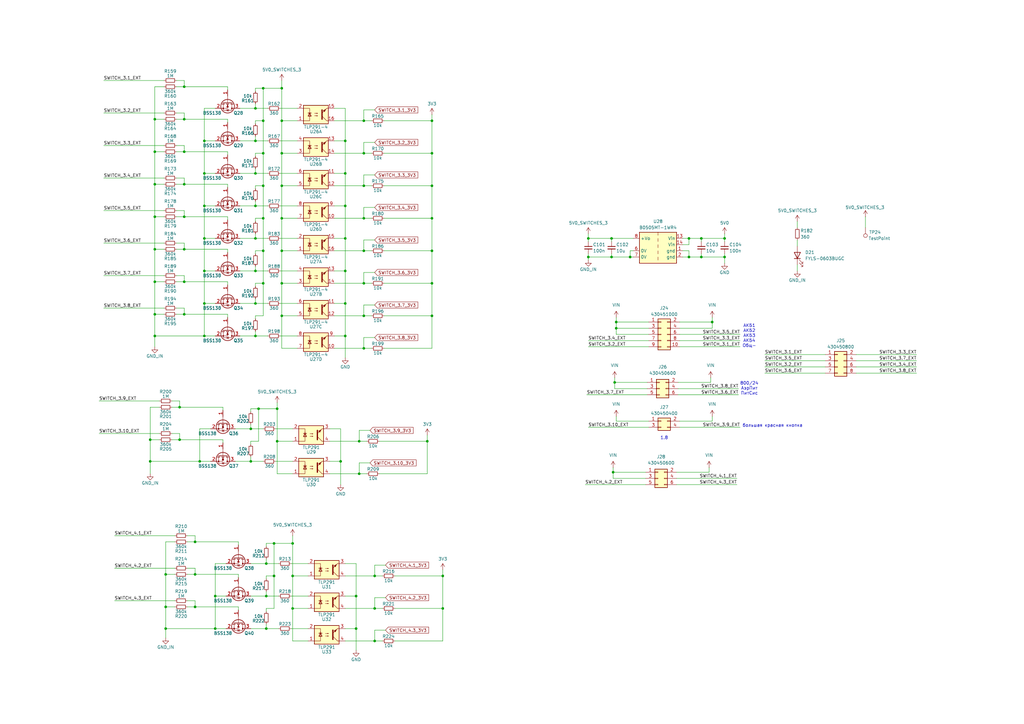
<source format=kicad_sch>
(kicad_sch (version 20231120) (generator "eeschema") (generator_version "8.0")
  (paper "A3")
  (junction (at 104.775 84.455))
  (junction (at 88.265 244.475))
  (junction (at 287.655 105.41))
  (junction (at 252.73 132.08))
  (junction (at 177.165 129.54))
  (junction (at 149.225 102.87))
  (junction (at 113.665 167.64))
  (junction (at 104.775 44.45))
  (junction (at 73.66 180.34))
  (junction (at 258.445 105.41))
  (junction (at 147.32 180.975))
  (junction (at 67.945 248.92))
  (junction (at 292.1 132.08))
  (junction (at 75.565 102.235))
  (junction (at 153.67 262.89))
  (junction (at 149.225 129.54))
  (junction (at 115.57 36.195))
  (junction (at 83.82 124.46))
  (junction (at 104.775 71.12))
  (junction (at 107.95 76.2))
  (junction (at 252.095 156.845))
  (junction (at 61.595 180.34))
  (junction (at 83.82 111.125))
  (junction (at 83.82 137.795))
  (junction (at 109.22 244.475))
  (junction (at 177.165 76.2))
  (junction (at 63.5 128.905))
  (junction (at 113.665 180.975))
  (junction (at 120.015 236.22))
  (junction (at 88.265 257.81))
  (junction (at 63.5 115.57))
  (junction (at 107.95 102.87))
  (junction (at 80.01 222.25))
  (junction (at 149.225 76.2))
  (junction (at 115.57 89.535))
  (junction (at 120.015 249.555))
  (junction (at 139.7 189.23))
  (junction (at 177.165 102.87))
  (junction (at 107.95 116.205))
  (junction (at 141.605 71.12))
  (junction (at 63.5 102.235))
  (junction (at 63.5 75.565))
  (junction (at 75.565 75.565))
  (junction (at 63.5 88.9))
  (junction (at 250.825 97.79))
  (junction (at 75.565 88.9))
  (junction (at 149.225 116.205))
  (junction (at 80.01 235.585))
  (junction (at 63.5 62.23))
  (junction (at 115.57 49.53))
  (junction (at 67.945 235.585))
  (junction (at 61.595 189.23))
  (junction (at 81.915 189.23))
  (junction (at 177.165 49.53))
  (junction (at 107.95 89.535))
  (junction (at 115.57 116.205))
  (junction (at 75.565 128.905))
  (junction (at 241.3 97.79))
  (junction (at 75.565 35.56))
  (junction (at 175.26 180.975))
  (junction (at 297.18 105.41))
  (junction (at 83.82 84.455))
  (junction (at 102.87 175.895))
  (junction (at 115.57 102.87))
  (junction (at 102.87 189.23))
  (junction (at 282.575 105.41))
  (junction (at 149.225 62.865))
  (junction (at 109.22 257.81))
  (junction (at 287.655 97.79))
  (junction (at 250.825 105.41))
  (junction (at 106.045 167.64))
  (junction (at 112.395 222.885))
  (junction (at 83.82 71.12))
  (junction (at 141.605 97.79))
  (junction (at 67.945 257.81))
  (junction (at 149.225 49.53))
  (junction (at 115.57 76.2))
  (junction (at 141.605 124.46))
  (junction (at 141.605 57.785))
  (junction (at 104.775 137.795))
  (junction (at 146.05 244.475))
  (junction (at 251.46 193.675))
  (junction (at 109.22 231.14))
  (junction (at 80.01 248.92))
  (junction (at 252.73 134.62))
  (junction (at 177.165 89.535))
  (junction (at 181.61 249.555))
  (junction (at 75.565 62.23))
  (junction (at 120.015 222.885))
  (junction (at 177.165 62.865))
  (junction (at 115.57 62.865))
  (junction (at 75.565 115.57))
  (junction (at 146.05 257.81))
  (junction (at 141.605 111.125))
  (junction (at 107.95 62.865))
  (junction (at 107.95 49.53))
  (junction (at 104.775 124.46))
  (junction (at 112.395 236.22))
  (junction (at 141.605 137.795))
  (junction (at 63.5 48.895))
  (junction (at 104.775 97.79))
  (junction (at 149.225 89.535))
  (junction (at 107.95 36.195))
  (junction (at 63.5 137.795))
  (junction (at 115.57 129.54))
  (junction (at 177.165 116.205))
  (junction (at 153.67 249.555))
  (junction (at 104.775 111.125))
  (junction (at 141.605 84.455))
  (junction (at 147.32 194.31))
  (junction (at 149.225 142.875))
  (junction (at 83.82 57.785))
  (junction (at 241.3 105.41))
  (junction (at 153.67 236.22))
  (junction (at 73.66 167.005))
  (junction (at 282.575 97.79))
  (junction (at 297.18 97.79))
  (junction (at 104.775 57.785))
  (junction (at 83.82 97.79))
  (junction (at 75.565 48.895))
  (junction (at 181.61 236.22))
  (wire (pts (xy 149.225 142.875) (xy 152.4 142.875)))
  (wire (pts (xy 115.57 116.205) (xy 115.57 129.54)))
  (wire (pts (xy 114.935 97.79) (xy 121.92 97.79)))
  (wire (pts (xy 102.87 244.475) (xy 109.22 244.475)))
  (wire (pts (xy 177.165 62.865) (xy 177.165 76.2)))
  (wire (pts (xy 107.95 116.205) (xy 107.95 129.54)))
  (wire (pts (xy 292.1 170.815) (xy 292.1 172.72)))
  (wire (pts (xy 93.345 76.835) (xy 93.345 75.565)))
  (wire (pts (xy 157.48 129.54) (xy 177.165 129.54)))
  (wire (pts (xy 375.92 153.035) (xy 351.155 153.035)))
  (wire (pts (xy 137.16 129.54) (xy 149.225 129.54)))
  (wire (pts (xy 46.99 219.71) (xy 71.755 219.71)))
  (wire (pts (xy 104.775 77.47) (xy 104.775 76.2)))
  (wire (pts (xy 80.01 219.71) (xy 80.01 222.25)))
  (wire (pts (xy 75.565 33.02) (xy 75.565 35.56)))
  (wire (pts (xy 292.1 132.08) (xy 292.1 134.62)))
  (wire (pts (xy 97.79 236.855) (xy 97.79 235.585)))
  (wire (pts (xy 292.1 130.175) (xy 292.1 132.08)))
  (wire (pts (xy 241.3 97.79) (xy 241.3 99.06)))
  (wire (pts (xy 63.5 88.9) (xy 67.31 88.9)))
  (wire (pts (xy 88.265 257.81) (xy 88.265 244.475)))
  (wire (pts (xy 93.345 90.17) (xy 93.345 88.9)))
  (wire (pts (xy 282.575 105.41) (xy 287.655 105.41)))
  (wire (pts (xy 80.01 246.38) (xy 80.01 248.92)))
  (wire (pts (xy 327.025 90.805) (xy 327.025 93.345)))
  (wire (pts (xy 83.82 124.46) (xy 83.82 111.125)))
  (wire (pts (xy 75.565 115.57) (xy 93.345 115.57)))
  (wire (pts (xy 141.605 97.79) (xy 141.605 111.125)))
  (wire (pts (xy 72.39 62.23) (xy 75.565 62.23)))
  (wire (pts (xy 149.225 89.535) (xy 152.4 89.535)))
  (wire (pts (xy 149.225 89.535) (xy 149.225 85.09)))
  (wire (pts (xy 161.925 249.555) (xy 181.61 249.555)))
  (wire (pts (xy 104.775 44.45) (xy 109.855 44.45)))
  (wire (pts (xy 115.57 49.53) (xy 121.92 49.53)))
  (wire (pts (xy 141.605 249.555) (xy 153.67 249.555)))
  (wire (pts (xy 70.485 177.8) (xy 73.66 177.8)))
  (wire (pts (xy 149.225 71.755) (xy 153.67 71.755)))
  (wire (pts (xy 42.545 46.355) (xy 67.31 46.355)))
  (wire (pts (xy 102.87 173.99) (xy 102.87 175.895)))
  (wire (pts (xy 153.67 249.555) (xy 156.845 249.555)))
  (wire (pts (xy 98.425 97.79) (xy 104.775 97.79)))
  (wire (pts (xy 137.16 137.795) (xy 141.605 137.795)))
  (wire (pts (xy 76.835 235.585) (xy 80.01 235.585)))
  (wire (pts (xy 70.485 180.34) (xy 73.66 180.34)))
  (wire (pts (xy 297.18 104.14) (xy 297.18 105.41)))
  (wire (pts (xy 137.16 97.79) (xy 141.605 97.79)))
  (wire (pts (xy 177.165 129.54) (xy 177.165 142.875)))
  (wire (pts (xy 302.26 198.755) (xy 277.495 198.755)))
  (wire (pts (xy 139.7 175.895) (xy 139.7 189.23)))
  (wire (pts (xy 149.225 98.425) (xy 153.67 98.425)))
  (wire (pts (xy 83.82 71.12) (xy 83.82 57.785)))
  (wire (pts (xy 93.345 63.5) (xy 93.345 62.23)))
  (wire (pts (xy 141.605 262.89) (xy 153.67 262.89)))
  (wire (pts (xy 106.045 167.64) (xy 106.045 180.975)))
  (wire (pts (xy 119.38 231.14) (xy 126.365 231.14)))
  (wire (pts (xy 241.3 142.24) (xy 266.065 142.24)))
  (wire (pts (xy 76.835 246.38) (xy 80.01 246.38)))
  (wire (pts (xy 297.18 97.79) (xy 297.18 99.06)))
  (wire (pts (xy 113.665 180.975) (xy 120.015 180.975)))
  (wire (pts (xy 104.775 55.88) (xy 104.775 57.785)))
  (wire (pts (xy 113.665 167.64) (xy 113.665 165.1)))
  (wire (pts (xy 83.82 137.795) (xy 63.5 137.795)))
  (wire (pts (xy 75.565 113.03) (xy 75.565 115.57)))
  (wire (pts (xy 81.915 189.23) (xy 61.595 189.23)))
  (wire (pts (xy 67.945 235.585) (xy 67.945 248.92)))
  (wire (pts (xy 42.545 113.03) (xy 67.31 113.03)))
  (wire (pts (xy 75.565 46.355) (xy 75.565 48.895)))
  (wire (pts (xy 63.5 48.895) (xy 63.5 62.23)))
  (wire (pts (xy 88.265 244.475) (xy 92.71 244.475)))
  (wire (pts (xy 109.22 229.235) (xy 109.22 231.14)))
  (wire (pts (xy 80.01 222.25) (xy 97.79 222.25)))
  (wire (pts (xy 88.265 84.455) (xy 83.82 84.455)))
  (wire (pts (xy 280.035 102.87) (xy 282.575 102.87)))
  (wire (pts (xy 63.5 88.9) (xy 63.5 102.235)))
  (wire (pts (xy 104.775 36.195) (xy 107.95 36.195)))
  (wire (pts (xy 109.22 255.905) (xy 109.22 257.81)))
  (wire (pts (xy 70.485 164.465) (xy 73.66 164.465)))
  (wire (pts (xy 137.16 142.875) (xy 149.225 142.875)))
  (wire (pts (xy 141.605 137.795) (xy 141.605 146.685)))
  (wire (pts (xy 147.32 189.865) (xy 151.765 189.865)))
  (wire (pts (xy 115.57 36.195) (xy 115.57 49.53)))
  (wire (pts (xy 91.44 181.61) (xy 91.44 180.34)))
  (wire (pts (xy 149.225 142.875) (xy 149.225 138.43)))
  (wire (pts (xy 241.3 175.26) (xy 266.065 175.26)))
  (wire (pts (xy 83.82 111.125) (xy 83.82 97.79)))
  (wire (pts (xy 266.065 172.72) (xy 252.73 172.72)))
  (wire (pts (xy 258.445 102.87) (xy 258.445 105.41)))
  (wire (pts (xy 302.895 161.925) (xy 278.13 161.925)))
  (wire (pts (xy 157.48 116.205) (xy 177.165 116.205)))
  (wire (pts (xy 264.795 196.215) (xy 251.46 196.215)))
  (wire (pts (xy 120.015 222.885) (xy 120.015 236.22)))
  (wire (pts (xy 157.48 142.875) (xy 177.165 142.875)))
  (wire (pts (xy 72.39 48.895) (xy 75.565 48.895)))
  (wire (pts (xy 266.065 137.16) (xy 252.73 137.16)))
  (wire (pts (xy 40.64 177.8) (xy 65.405 177.8)))
  (wire (pts (xy 63.5 62.23) (xy 63.5 75.565)))
  (wire (pts (xy 96.52 175.895) (xy 102.87 175.895)))
  (wire (pts (xy 73.66 180.34) (xy 91.44 180.34)))
  (wire (pts (xy 83.82 137.795) (xy 83.82 124.46)))
  (wire (pts (xy 149.225 62.865) (xy 152.4 62.865)))
  (wire (pts (xy 115.57 36.195) (xy 115.57 33.02)))
  (wire (pts (xy 102.87 167.64) (xy 106.045 167.64)))
  (wire (pts (xy 72.39 75.565) (xy 75.565 75.565)))
  (wire (pts (xy 104.775 69.215) (xy 104.775 71.12)))
  (wire (pts (xy 98.425 57.785) (xy 104.775 57.785)))
  (wire (pts (xy 266.065 134.62) (xy 252.73 134.62)))
  (wire (pts (xy 141.605 124.46) (xy 141.605 137.795)))
  (wire (pts (xy 107.95 102.87) (xy 107.95 116.205)))
  (wire (pts (xy 146.05 244.475) (xy 146.05 257.81)))
  (wire (pts (xy 102.87 257.81) (xy 109.22 257.81)))
  (wire (pts (xy 149.225 45.085) (xy 153.67 45.085)))
  (wire (pts (xy 72.39 115.57) (xy 75.565 115.57)))
  (wire (pts (xy 97.79 250.19) (xy 97.79 248.92)))
  (wire (pts (xy 265.43 156.845) (xy 252.095 156.845)))
  (wire (pts (xy 137.16 57.785) (xy 141.605 57.785)))
  (wire (pts (xy 313.69 147.955) (xy 338.455 147.955)))
  (wire (pts (xy 107.95 62.865) (xy 107.95 76.2)))
  (wire (pts (xy 177.165 49.53) (xy 177.165 62.865)))
  (wire (pts (xy 61.595 180.34) (xy 61.595 189.23)))
  (wire (pts (xy 149.225 138.43) (xy 153.67 138.43)))
  (wire (pts (xy 72.39 59.69) (xy 75.565 59.69)))
  (wire (pts (xy 61.595 167.005) (xy 65.405 167.005)))
  (wire (pts (xy 63.5 115.57) (xy 63.5 128.905)))
  (wire (pts (xy 313.69 153.035) (xy 338.455 153.035)))
  (wire (pts (xy 42.545 33.02) (xy 67.31 33.02)))
  (wire (pts (xy 149.225 49.53) (xy 152.4 49.53)))
  (wire (pts (xy 42.545 99.695) (xy 67.31 99.695)))
  (wire (pts (xy 113.03 175.895) (xy 120.015 175.895)))
  (wire (pts (xy 149.225 116.205) (xy 152.4 116.205)))
  (wire (pts (xy 149.225 58.42) (xy 153.67 58.42)))
  (wire (pts (xy 137.16 111.125) (xy 141.605 111.125)))
  (wire (pts (xy 42.545 126.365) (xy 67.31 126.365)))
  (wire (pts (xy 76.835 248.92) (xy 80.01 248.92)))
  (wire (pts (xy 83.82 57.785) (xy 88.265 57.785)))
  (wire (pts (xy 149.225 85.09) (xy 153.67 85.09)))
  (wire (pts (xy 137.16 49.53) (xy 149.225 49.53)))
  (wire (pts (xy 72.39 35.56) (xy 75.565 35.56)))
  (wire (pts (xy 42.545 73.025) (xy 67.31 73.025)))
  (wire (pts (xy 102.87 175.895) (xy 107.95 175.895)))
  (wire (pts (xy 67.945 257.81) (xy 88.265 257.81)))
  (wire (pts (xy 282.575 97.79) (xy 287.655 97.79)))
  (wire (pts (xy 177.165 116.205) (xy 177.165 129.54)))
  (wire (pts (xy 75.565 48.895) (xy 93.345 48.895)))
  (wire (pts (xy 115.57 76.2) (xy 121.92 76.2)))
  (wire (pts (xy 157.48 49.53) (xy 177.165 49.53)))
  (wire (pts (xy 61.595 167.005) (xy 61.595 180.34)))
  (wire (pts (xy 98.425 124.46) (xy 104.775 124.46)))
  (wire (pts (xy 137.16 89.535) (xy 149.225 89.535)))
  (wire (pts (xy 250.825 97.79) (xy 250.825 99.06)))
  (wire (pts (xy 107.95 49.53) (xy 107.95 62.865)))
  (wire (pts (xy 109.22 244.475) (xy 114.3 244.475)))
  (wire (pts (xy 104.775 97.79) (xy 109.855 97.79)))
  (wire (pts (xy 153.67 258.445) (xy 158.115 258.445)))
  (wire (pts (xy 107.95 89.535) (xy 107.95 102.87)))
  (wire (pts (xy 141.605 244.475) (xy 146.05 244.475)))
  (wire (pts (xy 75.565 35.56) (xy 93.345 35.56)))
  (wire (pts (xy 109.22 222.885) (xy 112.395 222.885)))
  (wire (pts (xy 93.345 116.84) (xy 93.345 115.57)))
  (wire (pts (xy 153.67 245.11) (xy 158.115 245.11)))
  (wire (pts (xy 104.775 84.455) (xy 109.855 84.455)))
  (wire (pts (xy 88.265 137.795) (xy 83.82 137.795)))
  (wire (pts (xy 97.79 223.52) (xy 97.79 222.25)))
  (wire (pts (xy 115.57 142.875) (xy 121.92 142.875)))
  (wire (pts (xy 67.945 248.92) (xy 71.755 248.92)))
  (wire (pts (xy 155.575 180.975) (xy 175.26 180.975)))
  (wire (pts (xy 146.05 231.14) (xy 146.05 244.475)))
  (wire (pts (xy 161.925 262.89) (xy 181.61 262.89)))
  (wire (pts (xy 81.915 189.23) (xy 86.36 189.23)))
  (wire (pts (xy 61.595 180.34) (xy 65.405 180.34)))
  (wire (pts (xy 252.095 154.94) (xy 252.095 156.845)))
  (wire (pts (xy 141.605 84.455) (xy 141.605 97.79)))
  (wire (pts (xy 104.775 109.22) (xy 104.775 111.125)))
  (wire (pts (xy 252.73 137.16) (xy 252.73 134.62)))
  (wire (pts (xy 104.775 62.865) (xy 107.95 62.865)))
  (wire (pts (xy 96.52 189.23) (xy 102.87 189.23)))
  (wire (pts (xy 112.395 236.22) (xy 112.395 249.555)))
  (wire (pts (xy 181.61 249.555) (xy 181.61 262.89)))
  (wire (pts (xy 137.16 116.205) (xy 149.225 116.205)))
  (wire (pts (xy 153.67 262.89) (xy 156.845 262.89)))
  (wire (pts (xy 113.665 180.975) (xy 113.665 194.31)))
  (wire (pts (xy 81.915 189.23) (xy 81.915 175.895)))
  (wire (pts (xy 354.965 93.345) (xy 354.965 88.9)))
  (wire (pts (xy 115.57 49.53) (xy 115.57 62.865)))
  (wire (pts (xy 93.345 50.165) (xy 93.345 48.895)))
  (wire (pts (xy 153.67 249.555) (xy 153.67 245.11)))
  (wire (pts (xy 120.015 222.885) (xy 112.395 222.885)))
  (wire (pts (xy 137.16 124.46) (xy 141.605 124.46)))
  (wire (pts (xy 327.025 108.585) (xy 327.025 111.125)))
  (wire (pts (xy 137.16 62.865) (xy 149.225 62.865)))
  (wire (pts (xy 303.53 137.16) (xy 278.765 137.16)))
  (wire (pts (xy 80.01 235.585) (xy 97.79 235.585)))
  (wire (pts (xy 290.83 191.77) (xy 290.83 193.675)))
  (wire (pts (xy 115.57 129.54) (xy 121.92 129.54)))
  (wire (pts (xy 120.015 236.22) (xy 126.365 236.22)))
  (wire (pts (xy 153.67 231.775) (xy 158.115 231.775)))
  (wire (pts (xy 149.225 125.095) (xy 153.67 125.095)))
  (wire (pts (xy 313.69 145.415) (xy 338.455 145.415)))
  (wire (pts (xy 72.39 102.235) (xy 75.565 102.235)))
  (wire (pts (xy 141.605 236.22) (xy 153.67 236.22)))
  (wire (pts (xy 104.775 76.2) (xy 107.95 76.2)))
  (wire (pts (xy 72.39 126.365) (xy 75.565 126.365)))
  (wire (pts (xy 115.57 102.87) (xy 121.92 102.87)))
  (wire (pts (xy 42.545 86.36) (xy 67.31 86.36)))
  (wire (pts (xy 137.16 84.455) (xy 141.605 84.455)))
  (wire (pts (xy 42.545 59.69) (xy 67.31 59.69)))
  (wire (pts (xy 104.775 82.55) (xy 104.775 84.455)))
  (wire (pts (xy 80.01 248.92) (xy 97.79 248.92)))
  (wire (pts (xy 141.605 111.125) (xy 141.605 124.46)))
  (wire (pts (xy 63.5 75.565) (xy 63.5 88.9)))
  (wire (pts (xy 135.255 189.23) (xy 139.7 189.23)))
  (wire (pts (xy 175.26 180.975) (xy 175.26 194.31)))
  (wire (pts (xy 252.73 170.815) (xy 252.73 172.72)))
  (wire (pts (xy 375.92 147.955) (xy 351.155 147.955)))
  (wire (pts (xy 120.015 236.22) (xy 120.015 249.555)))
  (wire (pts (xy 280.035 100.33) (xy 282.575 100.33)))
  (wire (pts (xy 80.01 233.045) (xy 80.01 235.585)))
  (wire (pts (xy 75.565 59.69) (xy 75.565 62.23)))
  (wire (pts (xy 115.57 62.865) (xy 121.92 62.865)))
  (wire (pts (xy 250.825 105.41) (xy 258.445 105.41)))
  (wire (pts (xy 137.16 71.12) (xy 141.605 71.12)))
  (wire (pts (xy 98.425 71.12) (xy 104.775 71.12)))
  (wire (pts (xy 258.445 102.87) (xy 259.715 102.87)))
  (wire (pts (xy 104.775 90.805) (xy 104.775 89.535)))
  (wire (pts (xy 107.95 36.195) (xy 107.95 49.53)))
  (wire (pts (xy 252.73 132.08) (xy 252.73 134.62)))
  (wire (pts (xy 115.57 89.535) (xy 115.57 102.87)))
  (wire (pts (xy 46.99 233.045) (xy 71.755 233.045)))
  (wire (pts (xy 104.775 42.545) (xy 104.775 44.45)))
  (wire (pts (xy 149.225 76.2) (xy 149.225 71.755)))
  (wire (pts (xy 280.035 97.79) (xy 282.575 97.79)))
  (wire (pts (xy 141.605 71.12) (xy 141.605 84.455)))
  (wire (pts (xy 83.82 71.12) (xy 88.265 71.12)))
  (wire (pts (xy 139.7 189.23) (xy 139.7 198.755)))
  (wire (pts (xy 83.82 57.785) (xy 83.82 44.45)))
  (wire (pts (xy 375.92 145.415) (xy 351.155 145.415)))
  (wire (pts (xy 120.015 249.555) (xy 120.015 262.89)))
  (wire (pts (xy 149.225 62.865) (xy 149.225 58.42)))
  (wire (pts (xy 115.57 116.205) (xy 121.92 116.205)))
  (wire (pts (xy 63.5 62.23) (xy 67.31 62.23)))
  (wire (pts (xy 287.655 97.79) (xy 297.18 97.79)))
  (wire (pts (xy 73.66 164.465) (xy 73.66 167.005)))
  (wire (pts (xy 75.565 99.695) (xy 75.565 102.235)))
  (wire (pts (xy 98.425 44.45) (xy 104.775 44.45)))
  (wire (pts (xy 76.835 222.25) (xy 80.01 222.25)))
  (wire (pts (xy 303.53 139.7) (xy 278.765 139.7)))
  (wire (pts (xy 63.5 128.905) (xy 63.5 137.795)))
  (wire (pts (xy 114.935 137.795) (xy 121.92 137.795)))
  (wire (pts (xy 104.775 50.8) (xy 104.775 49.53)))
  (wire (pts (xy 302.895 159.385) (xy 278.13 159.385)))
  (wire (pts (xy 177.165 46.99) (xy 177.165 49.53)))
  (wire (pts (xy 63.5 137.795) (xy 63.5 142.24)))
  (wire (pts (xy 63.5 35.56) (xy 67.31 35.56)))
  (wire (pts (xy 102.87 168.91) (xy 102.87 167.64)))
  (wire (pts (xy 175.26 178.435) (xy 175.26 180.975)))
  (wire (pts (xy 104.775 37.465) (xy 104.775 36.195)))
  (wire (pts (xy 149.225 111.76) (xy 153.67 111.76)))
  (wire (pts (xy 282.575 102.87) (xy 282.575 105.41)))
  (wire (pts (xy 278.13 156.845) (xy 291.465 156.845)))
  (wire (pts (xy 303.53 175.26) (xy 278.765 175.26)))
  (wire (pts (xy 104.775 137.795) (xy 109.855 137.795)))
  (wire (pts (xy 63.5 115.57) (xy 67.31 115.57)))
  (wire (pts (xy 83.82 84.455) (xy 83.82 71.12)))
  (wire (pts (xy 75.565 88.9) (xy 93.345 88.9)))
  (wire (pts (xy 114.935 111.125) (xy 121.92 111.125)))
  (wire (pts (xy 67.945 257.81) (xy 67.945 261.62)))
  (wire (pts (xy 266.065 132.08) (xy 252.73 132.08)))
  (wire (pts (xy 109.22 249.555) (xy 112.395 249.555)))
  (wire (pts (xy 115.57 102.87) (xy 115.57 116.205)))
  (wire (pts (xy 73.66 167.005) (xy 91.44 167.005)))
  (wire (pts (xy 104.775 111.125) (xy 109.855 111.125)))
  (wire (pts (xy 280.035 105.41) (xy 282.575 105.41)))
  (wire (pts (xy 278.765 134.62) (xy 292.1 134.62)))
  (wire (pts (xy 115.57 62.865) (xy 115.57 76.2)))
  (wire (pts (xy 287.655 105.41) (xy 297.18 105.41)))
  (wire (pts (xy 75.565 86.36) (xy 75.565 88.9)))
  (wire (pts (xy 104.775 102.87) (xy 107.95 102.87)))
  (wire (pts (xy 102.87 187.325) (xy 102.87 189.23)))
  (wire (pts (xy 72.39 86.36) (xy 75.565 86.36)))
  (wire (pts (xy 240.03 198.755) (xy 264.795 198.755)))
  (wire (pts (xy 104.775 129.54) (xy 107.95 129.54)))
  (wire (pts (xy 104.775 130.81) (xy 104.775 129.54)))
  (wire (pts (xy 102.87 182.245) (xy 102.87 180.975)))
  (wire (pts (xy 149.225 116.205) (xy 149.225 111.76)))
  (wire (pts (xy 147.32 194.31) (xy 147.32 189.865)))
  (wire (pts (xy 93.345 130.175) (xy 93.345 128.905)))
  (wire (pts (xy 75.565 75.565) (xy 93.345 75.565)))
  (wire (pts (xy 282.575 100.33) (xy 282.575 97.79)))
  (wire (pts (xy 72.39 113.03) (xy 75.565 113.03)))
  (wire (pts (xy 153.67 262.89) (xy 153.67 258.445)))
  (wire (pts (xy 161.925 236.22) (xy 181.61 236.22)))
  (wire (pts (xy 241.3 95.885) (xy 241.3 97.79)))
  (wire (pts (xy 93.345 103.505) (xy 93.345 102.235)))
  (wire (pts (xy 278.765 172.72) (xy 292.1 172.72)))
  (wire (pts (xy 181.61 233.68) (xy 181.61 236.22)))
  (wire (pts (xy 120.015 249.555) (xy 126.365 249.555)))
  (wire (pts (xy 104.775 57.785) (xy 109.855 57.785)))
  (wire (pts (xy 153.67 236.22) (xy 156.845 236.22)))
  (wire (pts (xy 114.935 84.455) (xy 121.92 84.455)))
  (wire (pts (xy 109.22 257.81) (xy 114.3 257.81)))
  (wire (pts (xy 104.775 116.205) (xy 107.95 116.205)))
  (wire (pts (xy 104.775 117.475) (xy 104.775 116.205)))
  (wire (pts (xy 119.38 244.475) (xy 126.365 244.475)))
  (wire (pts (xy 149.225 49.53) (xy 149.225 45.085)))
  (wire (pts (xy 72.39 33.02) (xy 75.565 33.02)))
  (wire (pts (xy 46.99 246.38) (xy 71.755 246.38)))
  (wire (pts (xy 104.775 95.885) (xy 104.775 97.79)))
  (wire (pts (xy 302.26 196.215) (xy 277.495 196.215)))
  (wire (pts (xy 109.22 250.825) (xy 109.22 249.555)))
  (wire (pts (xy 104.775 122.555) (xy 104.775 124.46)))
  (wire (pts (xy 63.5 48.895) (xy 67.31 48.895)))
  (wire (pts (xy 109.22 231.14) (xy 114.3 231.14)))
  (wire (pts (xy 114.935 57.785) (xy 121.92 57.785)))
  (wire (pts (xy 181.61 236.22) (xy 181.61 249.555)))
  (wire (pts (xy 240.665 161.925) (xy 265.43 161.925)))
  (wire (pts (xy 112.395 222.885) (xy 112.395 236.22)))
  (wire (pts (xy 63.5 35.56) (xy 63.5 48.895)))
  (wire (pts (xy 147.32 180.975) (xy 150.495 180.975)))
  (wire (pts (xy 104.775 135.89) (xy 104.775 137.795)))
  (wire (pts (xy 109.22 237.49) (xy 109.22 236.22)))
  (wire (pts (xy 137.16 44.45) (xy 141.605 44.45)))
  (wire (pts (xy 102.87 231.14) (xy 109.22 231.14)))
  (wire (pts (xy 135.255 175.895) (xy 139.7 175.895)))
  (wire (pts (xy 63.5 75.565) (xy 67.31 75.565)))
  (wire (pts (xy 250.825 104.14) (xy 250.825 105.41)))
  (wire (pts (xy 104.775 89.535) (xy 107.95 89.535)))
  (wire (pts (xy 72.39 99.695) (xy 75.565 99.695)))
  (wire (pts (xy 63.5 102.235) (xy 67.31 102.235)))
  (wire (pts (xy 76.835 219.71) (xy 80.01 219.71)))
  (wire (pts (xy 115.57 89.535) (xy 121.92 89.535)))
  (wire (pts (xy 241.3 105.41) (xy 241.3 106.68)))
  (wire (pts (xy 297.18 105.41) (xy 297.18 107.95)))
  (wire (pts (xy 137.16 102.87) (xy 149.225 102.87)))
  (wire (pts (xy 141.605 44.45) (xy 141.605 57.785)))
  (wire (pts (xy 287.655 104.14) (xy 287.655 105.41)))
  (wire (pts (xy 177.165 102.87) (xy 177.165 116.205)))
  (wire (pts (xy 70.485 167.005) (xy 73.66 167.005)))
  (wire (pts (xy 88.265 244.475) (xy 88.265 231.14)))
  (wire (pts (xy 83.82 97.79) (xy 88.265 97.79)))
  (wire (pts (xy 76.835 233.045) (xy 80.01 233.045)))
  (wire (pts (xy 149.225 129.54) (xy 149.225 125.095)))
  (wire (pts (xy 98.425 111.125) (xy 104.775 111.125)))
  (wire (pts (xy 88.265 257.81) (xy 92.71 257.81)))
  (wire (pts (xy 83.82 44.45) (xy 88.265 44.45)))
  (wire (pts (xy 104.775 49.53) (xy 107.95 49.53)))
  (wire (pts (xy 72.39 128.905) (xy 75.565 128.905)))
  (wire (pts (xy 102.87 180.975) (xy 106.045 180.975)))
  (wire (pts (xy 98.425 137.795) (xy 104.775 137.795)))
  (wire (pts (xy 104.775 64.135) (xy 104.775 62.865)))
  (wire (pts (xy 375.92 150.495) (xy 351.155 150.495)))
  (wire (pts (xy 135.255 180.975) (xy 147.32 180.975)))
  (wire (pts (xy 149.225 129.54) (xy 152.4 129.54)))
  (wire (pts (xy 120.015 222.885) (xy 120.015 219.71)))
  (wire (pts (xy 147.32 180.975) (xy 147.32 176.53)))
  (wire (pts (xy 91.44 168.275) (xy 91.44 167.005)))
  (wire (pts (xy 327.025 98.425) (xy 327.025 100.965)))
  (wire (pts (xy 147.32 194.31) (xy 150.495 194.31)))
  (wire (pts (xy 149.225 76.2) (xy 152.4 76.2)))
  (wire (pts (xy 251.46 193.675) (xy 251.46 196.215)))
  (wire (pts (xy 119.38 257.81) (xy 126.365 257.81)))
  (wire (pts (xy 153.67 236.22) (xy 153.67 231.775)))
  (wire (pts (xy 109.22 236.22) (xy 112.395 236.22)))
  (wire (pts (xy 61.595 189.23) (xy 61.595 194.31)))
  (wire (pts (xy 104.775 124.46) (xy 109.855 124.46)))
  (wire (pts (xy 72.39 46.355) (xy 75.565 46.355)))
  (wire (pts (xy 113.665 167.64) (xy 106.045 167.64)))
  (wire (pts (xy 250.825 97.79) (xy 259.715 97.79)))
  (wire (pts (xy 67.945 235.585) (xy 71.755 235.585)))
  (wire (pts (xy 313.69 150.495) (xy 338.455 150.495)))
  (wire (pts (xy 157.48 89.535) (xy 177.165 89.535)))
  (wire (pts (xy 102.87 189.23) (xy 107.95 189.23)))
  (wire (pts (xy 72.39 88.9) (xy 75.565 88.9)))
  (wire (pts (xy 277.495 193.675) (xy 290.83 193.675)))
  (wire (pts (xy 252.095 156.845) (xy 252.095 159.385)))
  (wire (pts (xy 75.565 128.905) (xy 93.345 128.905)))
  (wire (pts (xy 264.795 193.675) (xy 251.46 193.675)))
  (wire (pts (xy 146.05 257.81) (xy 146.05 266.7)))
  (wire (pts (xy 120.015 262.89) (xy 126.365 262.89)))
  (wire (pts (xy 149.225 102.87) (xy 152.4 102.87)))
  (wire (pts (xy 241.3 97.79) (xy 250.825 97.79)))
  (wire (pts (xy 75.565 73.025) (xy 75.565 75.565)))
  (wire (pts (xy 115.57 129.54) (xy 115.57 142.875)))
  (wire (pts (xy 73.66 177.8) (xy 73.66 180.34)))
  (wire (pts (xy 83.82 124.46) (xy 88.265 124.46)))
  (wire (pts (xy 81.915 175.895) (xy 86.36 175.895)))
  (wire (pts (xy 147.32 176.53) (xy 151.765 176.53)))
  (wire (pts (xy 115.57 36.195) (xy 107.95 36.195)))
  (wire (pts (xy 114.935 71.12) (xy 121.92 71.12)))
  (wire (pts (xy 252.73 130.175) (xy 252.73 132.08)))
  (wire (pts (xy 113.665 167.64) (xy 113.665 180.975)))
  (wire (pts (xy 251.46 191.77) (xy 251.46 193.675)))
  (wire (pts (xy 107.95 76.2) (xy 107.95 89.535)))
  (wire (pts (xy 72.39 73.025) (xy 75.565 73.025)))
  (wire (pts (xy 141.605 231.14) (xy 146.05 231.14)))
  (wire (pts (xy 177.165 89.535) (xy 177.165 102.87)))
  (wire (pts (xy 113.665 194.31) (xy 120.015 194.31)))
  (wire (pts (xy 141.605 257.81) (xy 146.05 257.81)))
  (wire (pts (xy 88.265 231.14) (xy 92.71 231.14)))
  (wire (pts (xy 113.03 189.23) (xy 120.015 189.23)))
  (wire (pts (xy 109.22 224.155) (xy 109.22 222.885)))
  (wire (pts (xy 93.345 36.83) (xy 93.345 35.56)))
  (wire (pts (xy 241.3 105.41) (xy 250.825 105.41)))
  (wire (pts (xy 115.57 76.2) (xy 115.57 89.535)))
  (wire (pts (xy 104.775 71.12) (xy 109.855 71.12)))
  (wire (pts (xy 137.16 76.2) (xy 149.225 76.2)))
  (wire (pts (xy 141.605 57.785) (xy 141.605 71.12)))
  (wire (pts (xy 157.48 62.865) (xy 177.165 62.865)))
  (wire (pts (xy 155.575 194.31) (xy 175.26 194.31)))
  (wire (pts (xy 135.255 194.31) (xy 147.32 194.31)))
  (wire (pts (xy 265.43 159.385) (xy 252.095 159.385)))
  (wire (pts (xy 109.22 242.57) (xy 109.22 244.475)))
  (wire (pts (xy 67.945 248.92) (xy 67.945 257.81)))
  (wire (pts (xy 114.935 124.46) (xy 121.92 124.46)))
  (wire (pts (xy 67.945 222.25) (xy 67.945 235.585)))
  (wire (pts (xy 149.225 102.87) (xy 149.225 98.425)))
  (wire (pts (xy 303.53 142.24) (xy 278.765 142.24)))
  (wire (pts (xy 291.465 154.94) (xy 291.465 156.845)))
  (wire (pts (xy 114.935 44.45) (xy 121.92 44.45)))
  (wire (pts (xy 157.48 102.87) (xy 177.165 102.87)))
  (wire (pts (xy 63.5 102.235) (xy 63.5 115.57)))
  (wire (pts (xy 241.3 139.7) (xy 266.065 139.7)))
  (wire (pts (xy 75.565 126.365) (xy 75.565 128.905)))
  (wire (pts (xy 83.82 111.125) (xy 88.265 111.125)))
  (wire (pts (xy 287.655 97.79) (xy 287.655 99.06)))
  (wire (pts (xy 67.945 222.25) (xy 71.755 222.25)))
  (wire (pts (xy 75.565 102.235) (xy 93.345 102.235)))
  (wire (pts (xy 157.48 76.2) (xy 177.165 76.2)))
  (wire (pts (xy 258.445 105.41) (xy 259.715 105.41)))
  (wire (pts (xy 297.18 95.885) (xy 297.18 97.79)))
  (wire (pts (xy 75.565 62.23) (xy 93.345 62.23)))
  (wire (pts (xy 83.82 97.79) (xy 83.82 84.455)))
  (wire (pts (xy 40.64 164.465) (xy 65.405 164.465)))
  (wire (pts (xy 63.5 128.905) (xy 67.31 128.905)))
  (wire (pts (xy 177.165 76.2) (xy 177.165 89.535)))
  (wire (pts (xy 104.775 104.14) (xy 104.775 102.87)))
  (wire (pts (xy 278.765 132.08) (xy 292.1 132.08)))
  (wire (pts (xy 98.425 84.455) (xy 104.775 84.455)))
  (wire (pts (xy 241.3 104.14) (xy 241.3 105.41)))
  (text "большая красная кнопка" (at 316.865 174.625 0) (effects (font (size 1.27 1.27))))
  (text "1.8\n" (at 272.415 179.705 0) (effects (font (size 1.27 1.27))))
  (text "800/24\nАэрПит\nПитСис" (at 307.34 159.385 0) (effects (font (size 1.27 1.27))))
  (text "АКБ1\nАКБ2\nАКБ3\nАКБ4\nОбщ-" (at 307.34 137.795 0) (effects (font (size 1.27 1.27))))
  (label "SWITCH_3.8_EXT" (at 302.895 159.385 180))
  (label "SWITCH_3.10_EXT" (at 40.64 177.8 0))
  (label "SWITCH_3.4_EXT" (at 375.92 150.495 180))
  (label "SWITCH_3.6_EXT" (at 302.895 161.925 180))
  (label "SWITCH_4.3_EXT" (at 46.99 246.38 0))
  (label "SWITCH_3.10_EXT" (at 241.3 175.26 0))
  (label "SWITCH_3.2_EXT" (at 42.545 46.355 0))
  (label "SWITCH_3.5_EXT" (at 42.545 86.36 0))
  (label "SWITCH_3.3_EXT" (at 303.53 139.7 180))
  (label "SWITCH_3.3_EXT" (at 375.92 145.415 180))
  (label "SWITCH_4.2_EXT" (at 46.99 233.045 0))
  (label "SWITCH_4.1_EXT" (at 46.99 219.71 0))
  (label "SWITCH_3.7_EXT" (at 240.665 161.925 0))
  (label "SWITCH_3.9_EXT" (at 40.64 164.465 0))
  (label "SWITCH_3.5_EXT" (at 303.53 137.16 180))
  (label "SWITCH_3.8_EXT" (at 375.92 153.035 180))
  (label "SWITCH_3.9_EXT" (at 303.53 175.26 180))
  (label "SWITCH_3.5_EXT" (at 313.69 147.955 0))
  (label "SWITCH_3.1_EXT" (at 303.53 142.24 180))
  (label "SWITCH_3.8_EXT" (at 42.545 126.365 0))
  (label "SWITCH_3.7_EXT" (at 42.545 113.03 0))
  (label "SWITCH_3.4_EXT" (at 241.3 139.7 0))
  (label "SWITCH_3.1_EXT" (at 42.545 33.02 0))
  (label "SWITCH_3.3_EXT" (at 42.545 59.69 0))
  (label "SWITCH_3.1_EXT" (at 313.69 145.415 0))
  (label "SWITCH_3.4_EXT" (at 42.545 73.025 0))
  (label "SWITCH_3.7_EXT" (at 375.92 147.955 180))
  (label "SWITCH_4.1_EXT" (at 302.26 196.215 180))
  (label "SWITCH_3.2_EXT" (at 313.69 150.495 0))
  (label "SWITCH_4.2_EXT" (at 240.03 198.755 0))
  (label "SWITCH_4.3_EXT" (at 302.26 198.755 180))
  (label "SWITCH_3.6_EXT" (at 42.545 99.695 0))
  (label "SWITCH_3.2_EXT" (at 241.3 142.24 0))
  (label "SWITCH_3.6_EXT" (at 313.69 153.035 0))
  (global_label "SWITCH_3.6_3V3" (shape input) (at 153.67 111.76 0) (property "Intersheetrefs" "${INTERSHEET_REFS}" (at 171.9556 111.76 0) (effects (justify left))))
  (global_label "SWITCH_4.1_3V3" (shape input) (at 158.115 231.775 0) (property "Intersheetrefs" "${INTERSHEET_REFS}" (at 176.4006 231.775 0) (effects (justify left))))
  (global_label "SWITCH_3.4_3V3" (shape input) (at 153.67 85.09 0) (property "Intersheetrefs" "${INTERSHEET_REFS}" (at 171.9556 85.09 0) (effects (justify left))))
  (global_label "SWITCH_3.5_3V3" (shape input) (at 153.67 98.425 0) (property "Intersheetrefs" "${INTERSHEET_REFS}" (at 171.9556 98.425 0) (effects (justify left))))
  (global_label "SWITCH_4.2_3V3" (shape input) (at 158.115 245.11 0) (property "Intersheetrefs" "${INTERSHEET_REFS}" (at 176.4006 245.11 0) (effects (justify left))))
  (global_label "SWITCH_3.8_3V3" (shape input) (at 153.67 138.43 0) (property "Intersheetrefs" "${INTERSHEET_REFS}" (at 171.9556 138.43 0) (effects (justify left))))
  (global_label "SWITCH_3.7_3V3" (shape input) (at 153.67 125.095 0) (property "Intersheetrefs" "${INTERSHEET_REFS}" (at 171.9556 125.095 0) (effects (justify left))))
  (global_label "SWITCH_3.1_3V3" (shape input) (at 153.67 45.085 0) (property "Intersheetrefs" "${INTERSHEET_REFS}" (at 171.9556 45.085 0) (effects (justify left))))
  (global_label "SWITCH_3.10_3V3" (shape input) (at 151.765 189.865 0) (property "Intersheetrefs" "${INTERSHEET_REFS}" (at 171.2601 189.865 0) (effects (justify left))))
  (global_label "SWITCH_3.9_3V3" (shape input) (at 151.765 176.53 0) (property "Intersheetrefs" "${INTERSHEET_REFS}" (at 170.0506 176.53 0) (effects (justify left))))
  (global_label "SWITCH_4.3_3V3" (shape input) (at 158.115 258.445 0) (property "Intersheetrefs" "${INTERSHEET_REFS}" (at 176.4006 258.445 0) (effects (justify left))))
  (global_label "SWITCH_3.3_3V3" (shape input) (at 153.67 71.755 0) (property "Intersheetrefs" "${INTERSHEET_REFS}" (at 171.9556 71.755 0) (effects (justify left))))
  (global_label "SWITCH_3.2_3V3" (shape input) (at 153.67 58.42 0) (property "Intersheetrefs" "${INTERSHEET_REFS}" (at 171.9556 58.42 0) (effects (justify left))))
  (symbol (lib_id "Device:R_Small") (at 104.775 80.01 0) (unit 1)
    (property "Reference" "R176" (at 101.6 81.28 0))
    (property "Value" "10k" (at 101.6 79.375 0))
    (property "Footprint" "Resistor_SMD:R_0603_1608Metric" (effects (hide yes)))
    (property "Description" "Resistor, small symbol" (effects (hide yes)))
    (property "Мин. кол-во" "1000" (effects (hide yes)))
    (property "Ссылка" "https://www.promelec.ru/product/344748/" (effects (hide yes)))
    (property "Цена" "1" (effects (hide yes)))
    (property "Человекопонятное название" "Толстопленочный ЧИП-резистор 0603 10кОм" (effects (hide yes)))
  )
  (symbol (lib_id "Device:R_Small") (at 104.775 133.35 0) (unit 1)
    (property "Reference" "R197" (at 101.6 134.62 0))
    (property "Value" "10k" (at 101.6 132.715 0))
    (property "Footprint" "Resistor_SMD:R_0603_1608Metric" (effects (hide yes)))
    (property "Description" "Resistor, small symbol" (effects (hide yes)))
    (property "Мин. кол-во" "1000" (effects (hide yes)))
    (property "Ссылка" "https://www.promelec.ru/product/344748/" (effects (hide yes)))
    (property "Цена" "1" (effects (hide yes)))
    (property "Человекопонятное название" "Толстопленочный ЧИП-резистор 0603 10кОм" (effects (hide yes)))
  )
  (symbol (lib_id "Device:R_Small") (at 69.85 35.56 90) (unit 1)
    (property "Reference" "R160" (at 69.85 39.37 90))
    (property "Value" "360k" (at 69.85 37.465 90))
    (property "Footprint" "Resistor_SMD:R_0603_1608Metric" (effects (hide yes)))
    (property "Description" "Resistor, small symbol" (effects (hide yes)))
    (property "Мин. кол-во" "100" (effects (hide yes)))
    (property "Ссылка" "https://www.promelec.ru/product/23650/" (effects (hide yes)))
    (property "Цена" "1" (effects (hide yes)))
    (property "Человекопонятное название" "Толстопленочный ЧИП-резистор 0603 360кОм" (effects (hide yes)))
  )
  (symbol (lib_id "power:GND") (at 146.05 266.7 0) (unit 1)
    (property "Reference" "#PWR0207" (effects (hide yes)))
    (property "Value" "GND" (at 146.05 270.51 0))
  )
  (symbol (lib_id "power:+5V") (at 175.26 178.435 0) (unit 1)
    (property "Reference" "#PWR0199" (effects (hide yes)))
    (property "Value" "3V3" (at 175.26 173.99 0))
    (property "Description" "Power symbol creates a global label with name \"+5V\"" (effects (hide yes)))
  )
  (symbol (lib_id "Device:R_Small") (at 116.84 231.14 90) (unit 1)
    (property "Reference" "R213" (at 116.84 229.235 90))
    (property "Value" "360" (at 116.84 233.045 90))
    (property "Footprint" "Resistor_SMD:R_0603_1608Metric" (effects (hide yes)))
    (property "Description" "Resistor, small symbol" (effects (hide yes)))
    (property "Мин. кол-во" "100" (effects (hide yes)))
    (property "Ссылка" "https://www.promelec.ru/product/46471/" (effects (hide yes)))
    (property "Цена" "1" (effects (hide yes)))
    (property "Человекопонятное название" "Толстопленочный ЧИП-резистор 0603 360Ом" (effects (hide yes)))
  )
  (symbol (lib_id "power:VAA") (at 252.73 170.815 0) (mirror y) (unit 1)
    (property "Reference" "#PWR0197" (effects (hide yes)))
    (property "Value" "VIN" (at 252.73 165.735 0))
    (property "Description" "Power symbol creates a global label with name \"VAA\"" (effects (hide yes)))
  )
  (symbol (lib_id "Device:R_Small") (at 112.395 137.795 90) (unit 1)
    (property "Reference" "R198" (at 112.395 135.89 90))
    (property "Value" "360" (at 112.395 139.7 90))
    (property "Footprint" "Resistor_SMD:R_0603_1608Metric" (effects (hide yes)))
    (property "Description" "Resistor, small symbol" (effects (hide yes)))
    (property "Мин. кол-во" "100" (effects (hide yes)))
    (property "Ссылка" "https://www.promelec.ru/product/46471/" (effects (hide yes)))
    (property "Цена" "1" (effects (hide yes)))
    (property "Человекопонятное название" "Толстопленочный ЧИП-резистор 0603 360Ом" (effects (hide yes)))
  )
  (symbol (lib_id "Isolator:TLP291-4") (at 129.54 46.99 0) (mirror x) (unit 1)
    (property "Reference" "U26" (at 129.54 53.975 0))
    (property "Value" "TLP291-4" (at 129.54 52.07 0))
    (property "Footprint" "Package_SO:SOIC-16_4.55x10.3mm_P1.27mm" (effects (hide yes)))
    (property "Datasheet" "https://toshiba.semicon-storage.com/info/docget.jsp?did=12858&prodName=TLP291-4" (effects (hide yes)))
    (property "Description" "Quad DC Optocoupler, Vce 80V, CTR 50-100%, SOP16" (effects (hide yes)))
    (property "Мин. кол-во" "7" (effects (hide yes)))
    (property "Ссылка" "https://www.promelec.ru/product/247137/" (effects (hide yes)))
    (property "Цена" "76" (effects (hide yes)))
    (property "Человекопонятное название" "Оптопара с транзисторным выходом 4-х канальная" (effects (hide yes)))
  )
  (symbol (lib_id "Device:R_Small") (at 110.49 175.895 90) (unit 1)
    (property "Reference" "R203" (at 110.49 173.99 90))
    (property "Value" "360" (at 110.49 177.8 90))
    (property "Footprint" "Resistor_SMD:R_0603_1608Metric" (effects (hide yes)))
    (property "Description" "Resistor, small symbol" (effects (hide yes)))
    (property "Мин. кол-во" "100" (effects (hide yes)))
    (property "Ссылка" "https://www.promelec.ru/product/46471/" (effects (hide yes)))
    (property "Цена" "1" (effects (hide yes)))
    (property "Человекопонятное название" "Толстопленочный ЧИП-резистор 0603 360Ом" (effects (hide yes)))
  )
  (symbol (lib_id "Transistor_FET:BSS138") (at 93.345 68.58 270) (unit 1)
    (property "Reference" "Q30" (at 97.79 73.025 90))
    (property "Value" "BSS138" (at 86.995 73.025 90))
    (property "Footprint" "Package_TO_SOT_SMD:SOT-23" (effects (hide yes)))
    (property "Datasheet" "https://www.onsemi.com/pub/Collateral/BSS138-D.PDF" (effects (hide yes)))
    (property "Description" "50V Vds, 0.22A Id, N-Channel MOSFET, SOT-23" (effects (hide yes)))
    (property "Мин. кол-во" "38" (effects (hide yes)))
    (property "Ссылка" "https://www.promelec.ru/product/303635/" (effects (hide yes)))
    (property "Цена" "14" (effects (hide yes)))
    (property "Человекопонятное название" "Транзистор полевой N-канальный" (effects (hide yes)))
  )
  (symbol (lib_id "Transistor_FET:BSS138") (at 93.345 121.92 270) (unit 1)
    (property "Reference" "Q34" (at 97.79 126.365 90))
    (property "Value" "BSS138" (at 86.995 126.365 90))
    (property "Footprint" "Package_TO_SOT_SMD:SOT-23" (effects (hide yes)))
    (property "Datasheet" "https://www.onsemi.com/pub/Collateral/BSS138-D.PDF" (effects (hide yes)))
    (property "Description" "50V Vds, 0.22A Id, N-Channel MOSFET, SOT-23" (effects (hide yes)))
    (property "Мин. кол-во" "38" (effects (hide yes)))
    (property "Ссылка" "https://www.promelec.ru/product/303635/" (effects (hide yes)))
    (property "Цена" "14" (effects (hide yes)))
    (property "Человекопонятное название" "Транзистор полевой N-канальный" (effects (hide yes)))
  )
  (symbol (lib_id "Connector_Generic:Conn_02x05_Odd_Even") (at 271.145 137.16 0) (unit 1)
    (property "Reference" "J24" (at 272.415 126.365 0))
    (property "Value" "430451000" (at 272.415 128.905 0))
    (property "Footprint" "user_lib:430451000" (effects (hide yes)))
    (property "Description" "Generic connector, double row, 02x05, odd/even pin numbering scheme (row 1 odd numbers, row 2 even numbers), script generated (kicad-library-utils/schlib/autogen/connector/)" (effects (hide yes)))
    (property "Мин. кол-во" "7" (effects (hide yes)))
    (property "Ссылка" "https://www.promelec.ru/product/360135/" (effects (hide yes)))
    (property "Цена" "82" (effects (hide yes)))
    (property "Человекопонятное название" "Прямоугольный разъем, Серия Micro-Fit 3.0 43045, 10 контакт(-ов)" (effects (hide yes)))
  )
  (symbol (lib_id "Device:R_Small") (at 154.94 116.205 90) (unit 1)
    (property "Reference" "R191" (at 154.94 114.3 90))
    (property "Value" "10k" (at 154.94 118.11 90))
    (property "Footprint" "Resistor_SMD:R_0603_1608Metric" (effects (hide yes)))
    (property "Description" "Resistor, small symbol" (effects (hide yes)))
    (property "Мин. кол-во" "1000" (effects (hide yes)))
    (property "Ссылка" "https://www.promelec.ru/product/344748/" (effects (hide yes)))
    (property "Цена" "1" (effects (hide yes)))
    (property "Человекопонятное название" "Толстопленочный ЧИП-резистор 0603 10кОм" (effects (hide yes)))
  )
  (symbol (lib_id "Device:R_Small") (at 74.295 235.585 90) (unit 1)
    (property "Reference" "R215" (at 74.295 239.395 90))
    (property "Value" "360k" (at 74.295 237.49 90))
    (property "Footprint" "Resistor_SMD:R_0603_1608Metric" (effects (hide yes)))
    (property "Description" "Resistor, small symbol" (effects (hide yes)))
    (property "Мин. кол-во" "100" (effects (hide yes)))
    (property "Ссылка" "https://www.promelec.ru/product/23650/" (effects (hide yes)))
    (property "Цена" "1" (effects (hide yes)))
    (property "Человекопонятное название" "Толстопленочный ЧИП-резистор 0603 360кОм" (effects (hide yes)))
  )
  (symbol (lib_id "Isolator:TLP291") (at 133.985 260.35 0) (mirror x) (unit 1)
    (property "Reference" "U33" (at 133.985 267.335 0))
    (property "Value" "TLP291" (at 133.985 265.43 0))
    (property "Footprint" "user_lib:TLP291" (effects (hide yes)))
    (property "Datasheet" "https://toshiba.semicon-storage.com/info/docget.jsp?did=12884&prodName=TLP291" (effects (hide yes)))
    (property "Ссылка" "https://www.promelec.ru/product/247129/" (effects (hide yes)))
    (property "Цена" "17" (effects (hide yes)))
    (property "Человекопонятное название" "Оптопара с транзисторным выходом" (effects (hide yes)))
    (property "Мин. кол-во" "31" (effects (hide yes)))
  )
  (symbol (lib_id "Device:R_Small") (at 67.945 164.465 270) (unit 1)
    (property "Reference" "R200" (at 67.945 160.655 90))
    (property "Value" "1M" (at 67.945 162.56 90))
    (property "Footprint" "Resistor_SMD:R_0603_1608Metric" (effects (hide yes)))
    (property "Description" "Resistor, small symbol" (effects (hide yes)))
    (property "Мин. кол-во" "100" (effects (hide yes)))
    (property "Ссылка" "https://www.promelec.ru/product/22010/" (effects (hide yes)))
    (property "Цена" "1" (effects (hide yes)))
    (property "Человекопонятное название" "Толстопленочный ЧИП-резистор 0603 1МОм" (effects (hide yes)))
  )
  (symbol (lib_id "power:GND") (at 241.3 106.68 0) (unit 1)
    (property "Reference" "#PWR0187" (effects (hide yes)))
    (property "Value" "GND_IN" (at 241.3 110.49 0))
  )
  (symbol (lib_id "Connector_Generic:Conn_02x04_Odd_Even") (at 343.535 147.955 0) (unit 1)
    (property "Reference" "J25" (at 344.805 139.7 0))
    (property "Value" "430450800" (at 344.805 142.24 0))
    (property "Footprint" "user_lib:430450800" (effects (hide yes)))
    (property "Description" "Generic connector, double row, 02x04, odd/even pin numbering scheme (row 1 odd numbers, row 2 even numbers), script generated (kicad-library-utils/schlib/autogen/connector/)" (effects (hide yes)))
    (property "Мин. кол-во" "7" (effects (hide yes)))
    (property "Ссылка" "https://www.promelec.ru/product/362578/" (effects (hide yes)))
    (property "Цена" "74" (effects (hide yes)))
    (property "Человекопонятное название" "Разъем типа провод-плата, 3 мм, 8 контакт(-ов)" (effects (hide yes)))
  )
  (symbol (lib_id "Connector_Generic:Conn_02x03_Odd_Even") (at 269.875 196.215 0) (unit 1)
    (property "Reference" "J28" (at 271.145 187.325 0))
    (property "Value" "430450600" (at 271.145 189.865 0))
    (property "Footprint" "user_lib:430450600" (effects (hide yes)))
    (property "Description" "Generic connector, double row, 02x03, odd/even pin numbering scheme (row 1 odd numbers, row 2 even numbers), script generated (kicad-library-utils/schlib/autogen/connector/)" (effects (hide yes)))
    (property "Мин. кол-во" "8" (effects (hide yes)))
    (property "Ссылка" "https://www.promelec.ru/product/355066/" (effects (hide yes)))
    (property "Цена" "68" (effects (hide yes)))
    (property "Человекопонятное название" "Разъем типа провод-плата, 3 мм, 6 контакт(-ов)" (effects (hide yes)))
  )
  (symbol (lib_id "Device:R_Small") (at 154.94 49.53 90) (unit 1)
    (property "Reference" "R165" (at 154.94 47.625 90))
    (property "Value" "10k" (at 154.94 51.435 90))
    (property "Footprint" "Resistor_SMD:R_0603_1608Metric" (effects (hide yes)))
    (property "Description" "Resistor, small symbol" (effects (hide yes)))
    (property "Мин. кол-во" "1000" (effects (hide yes)))
    (property "Ссылка" "https://www.promelec.ru/product/344748/" (effects (hide yes)))
    (property "Цена" "1" (effects (hide yes)))
    (property "Человекопонятное название" "Толстопленочный ЧИП-резистор 0603 10кОм" (effects (hide yes)))
  )
  (symbol (lib_id "Device:R_Small") (at 110.49 189.23 90) (unit 1)
    (property "Reference" "R208" (at 110.49 187.325 90))
    (property "Value" "360" (at 110.49 191.135 90))
    (property "Footprint" "Resistor_SMD:R_0603_1608Metric" (effects (hide yes)))
    (property "Description" "Resistor, small symbol" (effects (hide yes)))
    (property "Мин. кол-во" "100" (effects (hide yes)))
    (property "Ссылка" "https://www.promelec.ru/product/46471/" (effects (hide yes)))
    (property "Цена" "1" (effects (hide yes)))
    (property "Человекопонятное название" "Толстопленочный ЧИП-резистор 0603 360Ом" (effects (hide yes)))
  )
  (symbol (lib_id "Device:R_Small") (at 69.85 86.36 270) (unit 1)
    (property "Reference" "R178" (at 69.85 82.55 90))
    (property "Value" "1M" (at 69.85 84.455 90))
    (property "Footprint" "Resistor_SMD:R_0603_1608Metric" (effects (hide yes)))
    (property "Description" "Resistor, small symbol" (effects (hide yes)))
    (property "Мин. кол-во" "100" (effects (hide yes)))
    (property "Ссылка" "https://www.promelec.ru/product/22010/" (effects (hide yes)))
    (property "Цена" "1" (effects (hide yes)))
    (property "Человекопонятное название" "Толстопленочный ЧИП-резистор 0603 1МОм" (effects (hide yes)))
  )
  (symbol (lib_id "Device:R_Small") (at 159.385 262.89 90) (unit 1)
    (property "Reference" "R224" (at 159.385 260.985 90))
    (property "Value" "10k" (at 159.385 264.795 90))
    (property "Footprint" "Resistor_SMD:R_0603_1608Metric" (effects (hide yes)))
    (property "Description" "Resistor, small symbol" (effects (hide yes)))
    (property "Мин. кол-во" "1000" (effects (hide yes)))
    (property "Ссылка" "https://www.promelec.ru/product/344748/" (effects (hide yes)))
    (property "Цена" "1" (effects (hide yes)))
    (property "Человекопонятное название" "Толстопленочный ЧИП-резистор 0603 10кОм" (effects (hide yes)))
  )
  (symbol (lib_id "Device:R_Small") (at 69.85 59.69 270) (unit 1)
    (property "Reference" "R168" (at 69.85 55.88 90))
    (property "Value" "1M" (at 69.85 57.785 90))
    (property "Footprint" "Resistor_SMD:R_0603_1608Metric" (effects (hide yes)))
    (property "Description" "Resistor, small symbol" (effects (hide yes)))
    (property "Мин. кол-во" "100" (effects (hide yes)))
    (property "Ссылка" "https://www.promelec.ru/product/22010/" (effects (hide yes)))
    (property "Цена" "1" (effects (hide yes)))
    (property "Человекопонятное название" "Толстопленочный ЧИП-резистор 0603 1МОм" (effects (hide yes)))
  )
  (symbol (lib_id "Device:C_Small") (at 241.3 101.6 0) (unit 1)
    (property "Reference" "C101" (at 243.205 100.33 0) (effects (justify left)))
    (property "Value" "100n" (at 243.205 102.87 0) (effects (justify left)))
    (property "Footprint" "Capacitor_SMD:C_0603_1608Metric" (effects (hide yes)))
    (property "Ссылка" "https://www.promelec.ru/product/323633/" (effects (hide yes)))
    (property "Цена" "2" (effects (hide yes)))
    (property "Человекопонятное название" "Керамический ЧИП-конденсатор 0603 X7R 0.1мкФ" (effects (hide yes)))
    (property "Мин. кол-во" "300" (effects (hide yes)))
  )
  (symbol (lib_id "Isolator:TLP291-4") (at 129.54 60.325 0) (mirror x) (unit 2)
    (property "Reference" "U26" (at 129.54 67.31 0))
    (property "Value" "TLP291-4" (at 129.54 65.405 0))
    (property "Footprint" "Package_SO:SOIC-16_4.55x10.3mm_P1.27mm" (effects (hide yes)))
    (property "Datasheet" "https://toshiba.semicon-storage.com/info/docget.jsp?did=12858&prodName=TLP291-4" (effects (hide yes)))
    (property "Description" "Quad DC Optocoupler, Vce 80V, CTR 50-100%, SOP16" (effects (hide yes)))
    (property "Мин. кол-во" "7" (effects (hide yes)))
    (property "Ссылка" "https://www.promelec.ru/product/247137/" (effects (hide yes)))
    (property "Цена" "76" (effects (hide yes)))
    (property "Человекопонятное название" "Оптопара с транзисторным выходом 4-х канальная" (effects (hide yes)))
  )
  (symbol (lib_id "Isolator:TLP291-4") (at 129.54 127 0) (mirror x) (unit 3)
    (property "Reference" "U27" (at 129.54 133.985 0))
    (property "Value" "TLP291-4" (at 129.54 132.08 0))
    (property "Footprint" "Package_SO:SOIC-16_4.55x10.3mm_P1.27mm" (effects (hide yes)))
    (property "Datasheet" "https://toshiba.semicon-storage.com/info/docget.jsp?did=12858&prodName=TLP291-4" (effects (hide yes)))
    (property "Description" "Quad DC Optocoupler, Vce 80V, CTR 50-100%, SOP16" (effects (hide yes)))
    (property "Мин. кол-во" "7" (effects (hide yes)))
    (property "Ссылка" "https://www.promelec.ru/product/247137/" (effects (hide yes)))
    (property "Цена" "76" (effects (hide yes)))
    (property "Человекопонятное название" "Оптопара с транзисторным выходом 4-х канальная" (effects (hide yes)))
  )
  (symbol (lib_id "Device:C_Small") (at 287.655 101.6 0) (unit 1)
    (property "Reference" "C103" (at 289.56 100.33 0) (effects (justify left)))
    (property "Value" "10u" (at 289.56 102.87 0) (effects (justify left)))
    (property "Footprint" "Capacitor_SMD:C_0603_1608Metric" (effects (hide yes)))
    (property "Ссылка" "https://www.promelec.ru/product/430347/" (effects (hide yes)))
    (property "Цена" "4" (effects (hide yes)))
    (property "Человекопонятное название" "Керамический ЧИП-конденсатор 0603 X5R 10мкФ" (effects (hide yes)))
    (property "Мин. кол-во" "200" (effects (hide yes)))
  )
  (symbol (lib_id "Device:R_Small") (at 67.945 177.8 270) (unit 1)
    (property "Reference" "R204" (at 67.945 173.99 90))
    (property "Value" "1M" (at 67.945 175.895 90))
    (property "Footprint" "Resistor_SMD:R_0603_1608Metric" (effects (hide yes)))
    (property "Description" "Resistor, small symbol" (effects (hide yes)))
    (property "Мин. кол-во" "100" (effects (hide yes)))
    (property "Ссылка" "https://www.promelec.ru/product/22010/" (effects (hide yes)))
    (property "Цена" "1" (effects (hide yes)))
    (property "Человекопонятное название" "Толстопленочный ЧИП-резистор 0603 1МОм" (effects (hide yes)))
  )
  (symbol (lib_id "Transistor_FET:BSS138") (at 93.345 95.25 270) (unit 1)
    (property "Reference" "Q32" (at 97.79 99.695 90))
    (property "Value" "BSS138" (at 86.995 99.695 90))
    (property "Footprint" "Package_TO_SOT_SMD:SOT-23" (effects (hide yes)))
    (property "Datasheet" "https://www.onsemi.com/pub/Collateral/BSS138-D.PDF" (effects (hide yes)))
    (property "Description" "50V Vds, 0.22A Id, N-Channel MOSFET, SOT-23" (effects (hide yes)))
    (property "Мин. кол-во" "38" (effects (hide yes)))
    (property "Ссылка" "https://www.promelec.ru/product/303635/" (effects (hide yes)))
    (property "Цена" "14" (effects (hide yes)))
    (property "Человекопонятное название" "Транзистор полевой N-канальный" (effects (hide yes)))
  )
  (symbol (lib_id "Device:R_Small") (at 154.94 76.2 90) (unit 1)
    (property "Reference" "R175" (at 154.94 74.295 90))
    (property "Value" "10k" (at 154.94 78.105 90))
    (property "Footprint" "Resistor_SMD:R_0603_1608Metric" (effects (hide yes)))
    (property "Description" "Resistor, small symbol" (effects (hide yes)))
    (property "Мин. кол-во" "1000" (effects (hide yes)))
    (property "Ссылка" "https://www.promelec.ru/product/344748/" (effects (hide yes)))
    (property "Цена" "1" (effects (hide yes)))
    (property "Человекопонятное название" "Толстопленочный ЧИП-резистор 0603 10кОм" (effects (hide yes)))
  )
  (symbol (lib_id "Device:R_Small") (at 104.775 40.005 0) (unit 1)
    (property "Reference" "R161" (at 101.6 41.275 0))
    (property "Value" "10k" (at 101.6 39.37 0))
    (property "Footprint" "Resistor_SMD:R_0603_1608Metric" (effects (hide yes)))
    (property "Description" "Resistor, small symbol" (effects (hide yes)))
    (property "Мин. кол-во" "1000" (effects (hide yes)))
    (property "Ссылка" "https://www.promelec.ru/product/344748/" (effects (hide yes)))
    (property "Цена" "1" (effects (hide yes)))
    (property "Человекопонятное название" "Толстопленочный ЧИП-резистор 0603 10кОм" (effects (hide yes)))
  )
  (symbol (lib_id "power:VAA") (at 292.1 130.175 0) (unit 1)
    (property "Reference" "#PWR0191" (effects (hide yes)))
    (property "Value" "VIN" (at 292.1 125.095 0))
    (property "Description" "Power symbol creates a global label with name \"VAA\"" (effects (hide yes)))
  )
  (symbol (lib_id "power:+5V") (at 327.025 90.805 0) (unit 1)
    (property "Reference" "#PWR0184" (effects (hide yes)))
    (property "Value" "5V0_SWITCHES_3" (at 327.025 86.36 0))
    (property "Description" "Power symbol creates a global label with name \"+5V\"" (effects (hide yes)))
  )
  (symbol (lib_id "power:+5V") (at 241.3 95.885 0) (unit 1)
    (property "Reference" "#PWR0185" (effects (hide yes)))
    (property "Value" "5V0_SWITCHES_3" (at 241.3 91.44 0))
    (property "Description" "Power symbol creates a global label with name \"+5V\"" (effects (hide yes)))
  )
  (symbol (lib_id "Transistor_FET:BSS138") (at 97.79 228.6 270) (unit 1)
    (property "Reference" "Q38" (at 102.235 233.045 90))
    (property "Value" "BSS138" (at 91.44 233.045 90))
    (property "Footprint" "Package_TO_SOT_SMD:SOT-23" (effects (hide yes)))
    (property "Datasheet" "https://www.onsemi.com/pub/Collateral/BSS138-D.PDF" (effects (hide yes)))
    (property "Description" "50V Vds, 0.22A Id, N-Channel MOSFET, SOT-23" (effects (hide yes)))
    (property "Мин. кол-во" "38" (effects (hide yes)))
    (property "Ссылка" "https://www.promelec.ru/product/303635/" (effects (hide yes)))
    (property "Цена" "14" (effects (hide yes)))
    (property "Человекопонятное название" "Транзистор полевой N-канальный" (effects (hide yes)))
  )
  (symbol (lib_id "power:VAA") (at 252.095 154.94 0) (mirror y) (unit 1)
    (property "Reference" "#PWR0194" (effects (hide yes)))
    (property "Value" "VIN" (at 252.095 149.86 0))
    (property "Description" "Power symbol creates a global label with name \"VAA\"" (effects (hide yes)))
  )
  (symbol (lib_id "Device:R_Small") (at 102.87 184.785 0) (unit 1)
    (property "Reference" "R207" (at 99.695 186.055 0))
    (property "Value" "10k" (at 99.695 184.15 0))
    (property "Footprint" "Resistor_SMD:R_0603_1608Metric" (effects (hide yes)))
    (property "Description" "Resistor, small symbol" (effects (hide yes)))
    (property "Мин. кол-во" "1000" (effects (hide yes)))
    (property "Ссылка" "https://www.promelec.ru/product/344748/" (effects (hide yes)))
    (property "Цена" "1" (effects (hide yes)))
    (property "Человекопонятное название" "Толстопленочный ЧИП-резистор 0603 10кОм" (effects (hide yes)))
  )
  (symbol (lib_id "Device:R_Small") (at 116.84 257.81 90) (unit 1)
    (property "Reference" "R223" (at 116.84 255.905 90))
    (property "Value" "360" (at 116.84 259.715 90))
    (property "Footprint" "Resistor_SMD:R_0603_1608Metric" (effects (hide yes)))
    (property "Description" "Resistor, small symbol" (effects (hide yes)))
    (property "Мин. кол-во" "100" (effects (hide yes)))
    (property "Ссылка" "https://www.promelec.ru/product/46471/" (effects (hide yes)))
    (property "Цена" "1" (effects (hide yes)))
    (property "Человекопонятное название" "Толстопленочный ЧИП-резистор 0603 360Ом" (effects (hide yes)))
  )
  (symbol (lib_id "Isolator:TLP291") (at 133.985 247.015 0) (mirror x) (unit 1)
    (property "Reference" "U32" (at 133.985 254 0))
    (property "Value" "TLP291" (at 133.985 252.095 0))
    (property "Footprint" "user_lib:TLP291" (effects (hide yes)))
    (property "Datasheet" "https://toshiba.semicon-storage.com/info/docget.jsp?did=12884&prodName=TLP291" (effects (hide yes)))
    (property "Ссылка" "https://www.promelec.ru/product/247129/" (effects (hide yes)))
    (property "Цена" "17" (effects (hide yes)))
    (property "Человекопонятное название" "Оптопара с транзисторным выходом" (effects (hide yes)))
    (property "Мин. кол-во" "31" (effects (hide yes)))
  )
  (symbol (lib_id "power:+5V") (at 113.665 165.1 0) (unit 1)
    (property "Reference" "#PWR0196" (effects (hide yes)))
    (property "Value" "5V0_SWITCHES_3" (at 113.665 160.655 0))
    (property "Description" "Power symbol creates a global label with name \"+5V\"" (effects (hide yes)))
  )
  (symbol (lib_id "Device:C_Small") (at 250.825 101.6 0) (unit 1)
    (property "Reference" "C102" (at 252.73 100.33 0) (effects (justify left)))
    (property "Value" "10u" (at 252.73 102.87 0) (effects (justify left)))
    (property "Footprint" "Capacitor_SMD:C_0603_1608Metric" (effects (hide yes)))
    (property "Ссылка" "https://www.promelec.ru/product/430347/" (effects (hide yes)))
    (property "Цена" "4" (effects (hide yes)))
    (property "Человекопонятное название" "Керамический ЧИП-конденсатор 0603 X5R 10мкФ" (effects (hide yes)))
    (property "Мин. кол-во" "200" (effects (hide yes)))
  )
  (symbol (lib_id "Isolator:TLP291") (at 133.985 233.68 0) (mirror x) (unit 1)
    (property "Reference" "U31" (at 133.985 240.665 0))
    (property "Value" "TLP291" (at 133.985 238.76 0))
    (property "Footprint" "user_lib:TLP291" (effects (hide yes)))
    (property "Datasheet" "https://toshiba.semicon-storage.com/info/docget.jsp?did=12884&prodName=TLP291" (effects (hide yes)))
    (property "Ссылка" "https://www.promelec.ru/product/247129/" (effects (hide yes)))
    (property "Цена" "17" (effects (hide yes)))
    (property "Человекопонятное название" "Оптопара с транзисторным выходом" (effects (hide yes)))
    (property "Мин. кол-во" "31" (effects (hide yes)))
  )
  (symbol (lib_id "power:GND") (at 139.7 198.755 0) (unit 1)
    (property "Reference" "#PWR0203" (effects (hide yes)))
    (property "Value" "GND" (at 139.7 202.565 0))
  )
  (symbol (lib_id "Transistor_FET:BSS138") (at 93.345 81.915 270) (unit 1)
    (property "Reference" "Q31" (at 97.79 86.36 90))
    (property "Value" "BSS138" (at 86.995 86.36 90))
    (property "Footprint" "Package_TO_SOT_SMD:SOT-23" (effects (hide yes)))
    (property "Datasheet" "https://www.onsemi.com/pub/Collateral/BSS138-D.PDF" (effects (hide yes)))
    (property "Description" "50V Vds, 0.22A Id, N-Channel MOSFET, SOT-23" (effects (hide yes)))
    (property "Мин. кол-во" "38" (effects (hide yes)))
    (property "Ссылка" "https://www.promelec.ru/product/303635/" (effects (hide yes)))
    (property "Цена" "14" (effects (hide yes)))
    (property "Человекопонятное название" "Транзистор полевой N-канальный" (effects (hide yes)))
  )
  (symbol (lib_id "Device:R_Small") (at 154.94 102.87 90) (unit 1)
    (property "Reference" "R186" (at 154.94 100.965 90))
    (property "Value" "10k" (at 154.94 104.775 90))
    (property "Footprint" "Resistor_SMD:R_0603_1608Metric" (effects (hide yes)))
    (property "Description" "Resistor, small symbol" (effects (hide yes)))
    (property "Мин. кол-во" "1000" (effects (hide yes)))
    (property "Ссылка" "https://www.promelec.ru/product/344748/" (effects (hide yes)))
    (property "Цена" "1" (effects (hide yes)))
    (property "Человекопонятное название" "Толстопленочный ЧИП-резистор 0603 10кОм" (effects (hide yes)))
  )
  (symbol (lib_id "Device:R_Small") (at 69.85 128.905 90) (unit 1)
    (property "Reference" "R195" (at 69.85 132.715 90))
    (property "Value" "360k" (at 69.85 130.81 90))
    (property "Footprint" "Resistor_SMD:R_0603_1608Metric" (effects (hide yes)))
    (property "Description" "Resistor, small symbol" (effects (hide yes)))
    (property "Мин. кол-во" "100" (effects (hide yes)))
    (property "Ссылка" "https://www.promelec.ru/product/23650/" (effects (hide yes)))
    (property "Цена" "1" (effects (hide yes)))
    (property "Человекопонятное название" "Толстопленочный ЧИП-резистор 0603 360кОм" (effects (hide yes)))
  )
  (symbol (lib_id "Device:R_Small") (at 153.035 194.31 90) (unit 1)
    (property "Reference" "R209" (at 153.035 192.405 90))
    (property "Value" "10k" (at 153.035 196.215 90))
    (property "Footprint" "Resistor_SMD:R_0603_1608Metric" (effects (hide yes)))
    (property "Description" "Resistor, small symbol" (effects (hide yes)))
    (property "Мин. кол-во" "1000" (effects (hide yes)))
    (property "Ссылка" "https://www.promelec.ru/product/344748/" (effects (hide yes)))
    (property "Цена" "1" (effects (hide yes)))
    (property "Человекопонятное название" "Толстопленочный ЧИП-резистор 0603 10кОм" (effects (hide yes)))
  )
  (symbol (lib_id "Device:R_Small") (at 104.775 93.345 0) (unit 1)
    (property "Reference" "R181" (at 101.6 94.615 0))
    (property "Value" "10k" (at 101.6 92.71 0))
    (property "Footprint" "Resistor_SMD:R_0603_1608Metric" (effects (hide yes)))
    (property "Description" "Resistor, small symbol" (effects (hide yes)))
    (property "Мин. кол-во" "1000" (effects (hide yes)))
    (property "Ссылка" "https://www.promelec.ru/product/344748/" (effects (hide yes)))
    (property "Цена" "1" (effects (hide yes)))
    (property "Человекопонятное название" "Толстопленочный ЧИП-резистор 0603 10кОм" (effects (hide yes)))
  )
  (symbol (lib_id "Device:R_Small") (at 112.395 111.125 90) (unit 1)
    (property "Reference" "R188" (at 112.395 109.22 90))
    (property "Value" "360" (at 112.395 113.03 90))
    (property "Footprint" "Resistor_SMD:R_0603_1608Metric" (effects (hide yes)))
    (property "Description" "Resistor, small symbol" (effects (hide yes)))
    (property "Мин. кол-во" "100" (effects (hide yes)))
    (property "Ссылка" "https://www.promelec.ru/product/46471/" (effects (hide yes)))
    (property "Цена" "1" (effects (hide yes)))
    (property "Человекопонятное название" "Толстопленочный ЧИП-резистор 0603 360Ом" (effects (hide yes)))
  )
  (symbol (lib_id "Isolator:TLP291") (at 127.635 178.435 0) (mirror x) (unit 1)
    (property "Reference" "U29" (at 127.635 185.42 0))
    (property "Value" "TLP291" (at 127.635 183.515 0))
    (property "Footprint" "user_lib:TLP291" (effects (hide yes)))
    (property "Datasheet" "https://toshiba.semicon-storage.com/info/docget.jsp?did=12884&prodName=TLP291" (effects (hide yes)))
    (property "Ссылка" "https://www.promelec.ru/product/247129/" (effects (hide yes)))
    (property "Цена" "17" (effects (hide yes)))
    (property "Человекопонятное название" "Оптопара с транзисторным выходом" (effects (hide yes)))
    (property "Мин. кол-во" "31" (effects (hide yes)))
  )
  (symbol (lib_id "Device:R_Small") (at 112.395 57.785 90) (unit 1)
    (property "Reference" "R167" (at 112.395 55.88 90))
    (property "Value" "360" (at 112.395 59.69 90))
    (property "Footprint" "Resistor_SMD:R_0603_1608Metric" (effects (hide yes)))
    (property "Description" "Resistor, small symbol" (effects (hide yes)))
    (property "Мин. кол-во" "100" (effects (hide yes)))
    (property "Ссылка" "https://www.promelec.ru/product/46471/" (effects (hide yes)))
    (property "Цена" "1" (effects (hide yes)))
    (property "Человекопонятное название" "Толстопленочный ЧИП-резистор 0603 360Ом" (effects (hide yes)))
  )
  (symbol (lib_id "Device:R_Small") (at 159.385 249.555 90) (unit 1)
    (property "Reference" "R221" (at 159.385 247.65 90))
    (property "Value" "10k" (at 159.385 251.46 90))
    (property "Footprint" "Resistor_SMD:R_0603_1608Metric" (effects (hide yes)))
    (property "Description" "Resistor, small symbol" (effects (hide yes)))
    (property "Мин. кол-во" "1000" (effects (hide yes)))
    (property "Ссылка" "https://www.promelec.ru/product/344748/" (effects (hide yes)))
    (property "Цена" "1" (effects (hide yes)))
    (property "Человекопонятное название" "Толстопленочный ЧИП-резистор 0603 10кОм" (effects (hide yes)))
  )
  (symbol (lib_id "power:GND") (at 67.945 261.62 0) (unit 1)
    (property "Reference" "#PWR0206" (effects (hide yes)))
    (property "Value" "GND_IN" (at 67.945 265.43 0))
  )
  (symbol (lib_id "Device:R_Small") (at 159.385 236.22 90) (unit 1)
    (property "Reference" "R216" (at 159.385 234.315 90))
    (property "Value" "10k" (at 159.385 238.125 90))
    (property "Footprint" "Resistor_SMD:R_0603_1608Metric" (effects (hide yes)))
    (property "Description" "Resistor, small symbol" (effects (hide yes)))
    (property "Мин. кол-во" "1000" (effects (hide yes)))
    (property "Ссылка" "https://www.promelec.ru/product/344748/" (effects (hide yes)))
    (property "Цена" "1" (effects (hide yes)))
    (property "Человекопонятное название" "Толстопленочный ЧИП-резистор 0603 10кОм" (effects (hide yes)))
  )
  (symbol (lib_id "Device:R_Small") (at 74.295 222.25 90) (unit 1)
    (property "Reference" "R211" (at 74.295 226.06 90))
    (property "Value" "360k" (at 74.295 224.155 90))
    (property "Footprint" "Resistor_SMD:R_0603_1608Metric" (effects (hide yes)))
    (property "Description" "Resistor, small symbol" (effects (hide yes)))
    (property "Мин. кол-во" "100" (effects (hide yes)))
    (property "Ссылка" "https://www.promelec.ru/product/23650/" (effects (hide yes)))
    (property "Цена" "1" (effects (hide yes)))
    (property "Человекопонятное название" "Толстопленочный ЧИП-резистор 0603 360кОм" (effects (hide yes)))
  )
  (symbol (lib_id "Device:R_Small") (at 67.945 167.005 90) (unit 1)
    (property "Reference" "R201" (at 67.945 170.815 90))
    (property "Value" "360k" (at 67.945 168.91 90))
    (property "Footprint" "Resistor_SMD:R_0603_1608Metric" (effects (hide yes)))
    (property "Description" "Resistor, small symbol" (effects (hide yes)))
    (property "Мин. кол-во" "100" (effects (hide yes)))
    (property "Ссылка" "https://www.promelec.ru/product/23650/" (effects (hide yes)))
    (property "Цена" "1" (effects (hide yes)))
    (property "Человекопонятное название" "Толстопленочный ЧИП-резистор 0603 360кОм" (effects (hide yes)))
  )
  (symbol (lib_id "Transistor_FET:BSS138") (at 97.79 255.27 270) (unit 1)
    (property "Reference" "Q40" (at 102.235 259.715 90))
    (property "Value" "BSS138" (at 91.44 259.715 90))
    (property "Footprint" "Package_TO_SOT_SMD:SOT-23" (effects (hide yes)))
    (property "Datasheet" "https://www.onsemi.com/pub/Collateral/BSS138-D.PDF" (effects (hide yes)))
    (property "Description" "50V Vds, 0.22A Id, N-Channel MOSFET, SOT-23" (effects (hide yes)))
    (property "Мин. кол-во" "38" (effects (hide yes)))
    (property "Ссылка" "https://www.promelec.ru/product/303635/" (effects (hide yes)))
    (property "Цена" "14" (effects (hide yes)))
    (property "Человекопонятное название" "Транзистор полевой N-канальный" (effects (hide yes)))
  )
  (symbol (lib_id "power:GND") (at 327.025 111.125 0) (unit 1)
    (property "Reference" "#PWR0189" (effects (hide yes)))
    (property "Value" "GND_IN" (at 327.025 114.935 0))
  )
  (symbol (lib_id "Connector_Generic:Conn_02x03_Odd_Even") (at 270.51 159.385 0) (unit 1)
    (property "Reference" "J26" (at 271.78 150.495 0))
    (property "Value" "430450600" (at 271.78 153.035 0))
    (property "Footprint" "user_lib:430450600" (effects (hide yes)))
    (property "Description" "Generic connector, double row, 02x03, odd/even pin numbering scheme (row 1 odd numbers, row 2 even numbers), script generated (kicad-library-utils/schlib/autogen/connector/)" (effects (hide yes)))
    (property "Мин. кол-во" "8" (effects (hide yes)))
    (property "Ссылка" "https://www.promelec.ru/product/355066/" (effects (hide yes)))
    (property "Цена" "68" (effects (hide yes)))
    (property "Человекопонятное название" "Разъем типа провод-плата, 3 мм, 6 контакт(-ов)" (effects (hide yes)))
  )
  (symbol (lib_id "Connector:TestPoint") (at 354.965 93.345 180) (unit 1)
    (property "Reference" "TP24" (at 361.315 95.25 0) (effects (justify left)))
    (property "Value" "TestPoint" (at 365.125 97.79 0) (effects (justify left)))
    (property "Footprint" "TestPoint:TestPoint_THTPad_D2.0mm_Drill1.0mm" (effects (hide yes)))
    (property "Description" "test point" (effects (hide yes)))
  )
  (symbol (lib_id "Device:R_Small") (at 69.85 88.9 90) (unit 1)
    (property "Reference" "R179" (at 69.85 92.71 90))
    (property "Value" "360k" (at 69.85 90.805 90))
    (property "Footprint" "Resistor_SMD:R_0603_1608Metric" (effects (hide yes)))
    (property "Description" "Resistor, small symbol" (effects (hide yes)))
    (property "Мин. кол-во" "100" (effects (hide yes)))
    (property "Ссылка" "https://www.promelec.ru/product/23650/" (effects (hide yes)))
    (property "Цена" "1" (effects (hide yes)))
    (property "Человекопонятное название" "Толстопленочный ЧИП-резистор 0603 360кОм" (effects (hide yes)))
  )
  (symbol (lib_id "Device:LED") (at 327.025 104.775 90) (unit 1)
    (property "Reference" "D21" (at 330.2 103.505 90) (effects (justify right)))
    (property "Value" "FYLS-0603BUGC" (at 330.2 106.045 90) (effects (justify right)))
    (property "Footprint" "user_lib:LED_0603_1608Metric" (effects (hide yes)))
    (property "Description" "Light emitting diode" (effects (hide yes)))
    (property "Мин. кол-во" "3" (effects (hide yes)))
    (property "Ссылка" "https://www.promelec.ru/product/324327/" (effects (hide yes)))
    (property "Цена" "5" (effects (hide yes)))
    (property "Человекопонятное название" "Светодиод smd 1,6х0,8мм/зеленый/568нм/65мкд/прозрачный/130°" (effects (hide yes)))
  )
  (symbol (lib_id "Transistor_FET:BSS138") (at 93.345 41.91 270) (unit 1)
    (property "Reference" "Q28" (at 97.79 46.355 90))
    (property "Value" "BSS138" (at 86.995 46.355 90))
    (property "Footprint" "Package_TO_SOT_SMD:SOT-23" (effects (hide yes)))
    (property "Datasheet" "https://www.onsemi.com/pub/Collateral/BSS138-D.PDF" (effects (hide yes)))
    (property "Description" "50V Vds, 0.22A Id, N-Channel MOSFET, SOT-23" (effects (hide yes)))
    (property "Мин. кол-во" "38" (effects (hide yes)))
    (property "Ссылка" "https://www.promelec.ru/product/303635/" (effects (hide yes)))
    (property "Цена" "14" (effects (hide yes)))
    (property "Человекопонятное название" "Транзистор полевой N-канальный" (effects (hide yes)))
  )
  (symbol (lib_id "Isolator:TLP291-4") (at 129.54 86.995 0) (mirror x) (unit 4)
    (property "Reference" "U26" (at 129.54 93.98 0))
    (property "Value" "TLP291-4" (at 129.54 92.075 0))
    (property "Footprint" "Package_SO:SOIC-16_4.55x10.3mm_P1.27mm" (effects (hide yes)))
    (property "Datasheet" "https://toshiba.semicon-storage.com/info/docget.jsp?did=12858&prodName=TLP291-4" (effects (hide yes)))
    (property "Description" "Quad DC Optocoupler, Vce 80V, CTR 50-100%, SOP16" (effects (hide yes)))
    (property "Мин. кол-во" "7" (effects (hide yes)))
    (property "Ссылка" "https://www.promelec.ru/product/247137/" (effects (hide yes)))
    (property "Цена" "76" (effects (hide yes)))
    (property "Человекопонятное название" "Оптопара с транзисторным выходом 4-х канальная" (effects (hide yes)))
  )
  (symbol (lib_id "Device:R_Small") (at 69.85 62.23 90) (unit 1)
    (property "Reference" "R169" (at 69.85 66.04 90))
    (property "Value" "360k" (at 69.85 64.135 90))
    (property "Footprint" "Resistor_SMD:R_0603_1608Metric" (effects (hide yes)))
    (property "Description" "Resistor, small symbol" (effects (hide yes)))
    (property "Мин. кол-во" "100" (effects (hide yes)))
    (property "Ссылка" "https://www.promelec.ru/product/23650/" (effects (hide yes)))
    (property "Цена" "1" (effects (hide yes)))
    (property "Человекопонятное название" "Толстопленочный ЧИП-резистор 0603 360кОм" (effects (hide yes)))
  )
  (symbol (lib_id "power:+5V") (at 120.015 219.71 0) (unit 1)
    (property "Reference" "#PWR0204" (effects (hide yes)))
    (property "Value" "5V0_SWITCHES_3" (at 120.015 215.265 0))
    (property "Description" "Power symbol creates a global label with name \"+5V\"" (effects (hide yes)))
  )
  (symbol (lib_id "Device:C_Small") (at 297.18 101.6 0) (unit 1)
    (property "Reference" "C104" (at 299.085 100.33 0) (effects (justify left)))
    (property "Value" "100n" (at 299.085 102.87 0) (effects (justify left)))
    (property "Footprint" "Capacitor_SMD:C_0603_1608Metric" (effects (hide yes)))
    (property "Ссылка" "https://www.promelec.ru/product/323633/" (effects (hide yes)))
    (property "Цена" "2" (effects (hide yes)))
    (property "Человекопонятное название" "Керамический ЧИП-конденсатор 0603 X7R 0.1мкФ" (effects (hide yes)))
    (property "Мин. кол-во" "300" (effects (hide yes)))
  )
  (symbol (lib_id "Device:R_Small") (at 74.295 248.92 90) (unit 1)
    (property "Reference" "R220" (at 74.295 252.73 90))
    (property "Value" "360k" (at 74.295 250.825 90))
    (property "Footprint" "Resistor_SMD:R_0603_1608Metric" (effects (hide yes)))
    (property "Description" "Resistor, small symbol" (effects (hide yes)))
    (property "Мин. кол-во" "100" (effects (hide yes)))
    (property "Ссылка" "https://www.promelec.ru/product/23650/" (effects (hide yes)))
    (property "Цена" "1" (effects (hide yes)))
    (property "Человекопонятное название" "Толстопленочный ЧИП-резистор 0603 360кОм" (effects (hide yes)))
  )
  (symbol (lib_id "Transistor_FET:BSS138") (at 91.44 173.355 270) (unit 1)
    (property "Reference" "Q36" (at 95.885 177.8 90))
    (property "Value" "BSS138" (at 85.09 177.8 90))
    (property "Footprint" "Package_TO_SOT_SMD:SOT-23" (effects (hide yes)))
    (property "Datasheet" "https://www.onsemi.com/pub/Collateral/BSS138-D.PDF" (effects (hide yes)))
    (property "Description" "50V Vds, 0.22A Id, N-Channel MOSFET, SOT-23" (effects (hide yes)))
    (property "Мин. кол-во" "38" (effects (hide yes)))
    (property "Ссылка" "https://www.promelec.ru/product/303635/" (effects (hide yes)))
    (property "Цена" "14" (effects (hide yes)))
    (property "Человекопонятное название" "Транзистор полевой N-канальный" (effects (hide yes)))
  )
  (symbol (lib_id "Device:R_Small") (at 69.85 115.57 90) (unit 1)
    (property "Reference" "R190" (at 69.85 119.38 90))
    (property "Value" "360k" (at 69.85 117.475 90))
    (property "Footprint" "Resistor_SMD:R_0603_1608Metric" (effects (hide yes)))
    (property "Description" "Resistor, small symbol" (effects (hide yes)))
    (property "Мин. кол-во" "100" (effects (hide yes)))
    (property "Ссылка" "https://www.promelec.ru/product/23650/" (effects (hide yes)))
    (property "Цена" "1" (effects (hide yes)))
    (property "Человекопонятное название" "Толстопленочный ЧИП-резистор 0603 360кОм" (effects (hide yes)))
  )
  (symbol (lib_id "Device:R_Small") (at 104.775 120.015 0) (unit 1)
    (property "Reference" "R192" (at 101.6 121.285 0))
    (property "Value" "10k" (at 101.6 119.38 0))
    (property "Footprint" "Resistor_SMD:R_0603_1608Metric" (effects (hide yes)))
    (property "Description" "Resistor, small symbol" (effects (hide yes)))
    (property "Мин. кол-во" "1000" (effects (hide yes)))
    (property "Ссылка" "https://www.promelec.ru/product/344748/" (effects (hide yes)))
    (property "Цена" "1" (effects (hide yes)))
    (property "Человекопонятное название" "Толстопленочный ЧИП-резистор 0603 10кОм" (effects (hide yes)))
  )
  (symbol (lib_id "Device:R_Small") (at 109.22 226.695 0) (unit 1)
    (property "Reference" "R212" (at 106.045 227.965 0))
    (property "Value" "10k" (at 106.045 226.06 0))
    (property "Footprint" "Resistor_SMD:R_0603_1608Metric" (effects (hide yes)))
    (property "Description" "Resistor, small symbol" (effects (hide yes)))
    (property "Мин. кол-во" "1000" (effects (hide yes)))
    (property "Ссылка" "https://www.promelec.ru/product/344748/" (effects (hide yes)))
    (property "Цена" "1" (effects (hide yes)))
    (property "Человекопонятное название" "Толстопленочный ЧИП-резистор 0603 10кОм" (effects (hide yes)))
  )
  (symbol (lib_id "Device:R_Small") (at 69.85 75.565 90) (unit 1)
    (property "Reference" "R174" (at 69.85 79.375 90))
    (property "Value" "360k" (at 69.85 77.47 90))
    (property "Footprint" "Resistor_SMD:R_0603_1608Metric" (effects (hide yes)))
    (property "Description" "Resistor, small symbol" (effects (hide yes)))
    (property "Мин. кол-во" "100" (effects (hide yes)))
    (property "Ссылка" "https://www.promelec.ru/product/23650/" (effects (hide yes)))
    (property "Цена" "1" (effects (hide yes)))
    (property "Человекопонятное название" "Толстопленочный ЧИП-резистор 0603 360кОм" (effects (hide yes)))
  )
  (symbol (lib_id "power:VAA") (at 291.465 154.94 0) (unit 1)
    (property "Reference" "#PWR0195" (effects (hide yes)))
    (property "Value" "VIN" (at 291.465 149.86 0))
    (property "Description" "Power symbol creates a global label with name \"VAA\"" (effects (hide yes)))
  )
  (symbol (lib_id "Device:R_Small") (at 112.395 71.12 90) (unit 1)
    (property "Reference" "R172" (at 112.395 69.215 90))
    (property "Value" "360" (at 112.395 73.025 90))
    (property "Footprint" "Resistor_SMD:R_0603_1608Metric" (effects (hide yes)))
    (property "Description" "Resistor, small symbol" (effects (hide yes)))
    (property "Мин. кол-во" "100" (effects (hide yes)))
    (property "Ссылка" "https://www.promelec.ru/product/46471/" (effects (hide yes)))
    (property "Цена" "1" (effects (hide yes)))
    (property "Человекопонятное название" "Толстопленочный ЧИП-резистор 0603 360Ом" (effects (hide yes)))
  )
  (symbol (lib_id "power:+5V") (at 115.57 33.02 0) (unit 1)
    (property "Reference" "#PWR0181" (effects (hide yes)))
    (property "Value" "5V0_SWITCHES_3" (at 115.57 28.575 0))
    (property "Description" "Power symbol creates a global label with name \"+5V\"" (effects (hide yes)))
  )
  (symbol (lib_id "Device:R_Small") (at 67.945 180.34 90) (unit 1)
    (property "Reference" "R205" (at 67.945 184.15 90))
    (property "Value" "360k" (at 67.945 182.245 90))
    (property "Footprint" "Resistor_SMD:R_0603_1608Metric" (effects (hide yes)))
    (property "Description" "Resistor, small symbol" (effects (hide yes)))
    (property "Мин. кол-во" "100" (effects (hide yes)))
    (property "Ссылка" "https://www.promelec.ru/product/23650/" (effects (hide yes)))
    (property "Цена" "1" (effects (hide yes)))
    (property "Человекопонятное название" "Толстопленочный ЧИП-резистор 0603 360кОм" (effects (hide yes)))
  )
  (symbol (lib_id "Device:R_Small") (at 112.395 124.46 90) (unit 1)
    (property "Reference" "R193" (at 112.395 122.555 90))
    (property "Value" "360" (at 112.395 126.365 90))
    (property "Footprint" "Resistor_SMD:R_0603_1608Metric" (effects (hide yes)))
    (property "Description" "Resistor, small symbol" (effects (hide yes)))
    (property "Мин. кол-во" "100" (effects (hide yes)))
    (property "Ссылка" "https://www.promelec.ru/product/46471/" (effects (hide yes)))
    (property "Цена" "1" (effects (hide yes)))
    (property "Человекопонятное название" "Толстопленочный ЧИП-резистор 0603 360Ом" (effects (hide yes)))
  )
  (symbol (lib_id "Isolator:TLP291-4") (at 129.54 73.66 0) (mirror x) (unit 3)
    (property "Reference" "U26" (at 129.54 80.645 0))
    (property "Value" "TLP291-4" (at 129.54 78.74 0))
    (property "Footprint" "Package_SO:SOIC-16_4.55x10.3mm_P1.27mm" (effects (hide yes)))
    (property "Datasheet" "https://toshiba.semicon-storage.com/info/docget.jsp?did=12858&prodName=TLP291-4" (effects (hide yes)))
    (property "Description" "Quad DC Optocoupler, Vce 80V, CTR 50-100%, SOP16" (effects (hide yes)))
    (property "Мин. кол-во" "7" (effects (hide yes)))
    (property "Ссылка" "https://www.promelec.ru/product/247137/" (effects (hide yes)))
    (property "Цена" "76" (effects (hide yes)))
    (property "Человекопонятное название" "Оптопара с транзисторным выходом 4-х канальная" (effects (hide yes)))
  )
  (symbol (lib_id "Transistor_FET:BSS138") (at 93.345 55.245 270) (unit 1)
    (property "Reference" "Q29" (at 97.79 59.69 90))
    (property "Value" "BSS138" (at 86.995 59.69 90))
    (property "Footprint" "Package_TO_SOT_SMD:SOT-23" (effects (hide yes)))
    (property "Datasheet" "https://www.onsemi.com/pub/Collateral/BSS138-D.PDF" (effects (hide yes)))
    (property "Description" "50V Vds, 0.22A Id, N-Channel MOSFET, SOT-23" (effects (hide yes)))
    (property "Мин. кол-во" "38" (effects (hide yes)))
    (property "Ссылка" "https://www.promelec.ru/product/303635/" (effects (hide yes)))
    (property "Цена" "14" (effects (hide yes)))
    (property "Человекопонятное название" "Транзистор полевой N-канальный" (effects (hide yes)))
  )
  (symbol (lib_id "Device:R_Small") (at 74.295 233.045 270) (unit 1)
    (property "Reference" "R214" (at 74.295 229.235 90))
    (property "Value" "1M" (at 74.295 231.14 90))
    (property "Footprint" "Resistor_SMD:R_0603_1608Metric" (effects (hide yes)))
    (property "Description" "Resistor, small symbol" (effects (hide yes)))
    (property "Мин. кол-во" "100" (effects (hide yes)))
    (property "Ссылка" "https://www.promelec.ru/product/22010/" (effects (hide yes)))
    (property "Цена" "1" (effects (hide yes)))
    (property "Человекопонятное название" "Толстопленочный ЧИП-резистор 0603 1МОм" (effects (hide yes)))
  )
  (symbol (lib_id "Device:R_Small") (at 112.395 44.45 90) (unit 1)
    (property "Reference" "R162" (at 112.395 42.545 90))
    (property "Value" "360" (at 112.395 46.355 90))
    (property "Footprint" "Resistor_SMD:R_0603_1608Metric" (effects (hide yes)))
    (property "Description" "Resistor, small symbol" (effects (hide yes)))
    (property "Мин. кол-во" "100" (effects (hide yes)))
    (property "Ссылка" "https://www.promelec.ru/product/46471/" (effects (hide yes)))
    (property "Цена" "1" (effects (hide yes)))
    (property "Человекопонятное название" "Толстопленочный ЧИП-резистор 0603 360Ом" (effects (hide yes)))
  )
  (symbol (lib_id "Device:R_Small") (at 69.85 48.895 90) (unit 1)
    (property "Reference" "R164" (at 69.85 52.705 90))
    (property "Value" "360k" (at 69.85 50.8 90))
    (property "Footprint" "Resistor_SMD:R_0603_1608Metric" (effects (hide yes)))
    (property "Description" "Resistor, small symbol" (effects (hide yes)))
    (property "Мин. кол-во" "100" (effects (hide yes)))
    (property "Ссылка" "https://www.promelec.ru/product/23650/" (effects (hide yes)))
    (property "Цена" "1" (effects (hide yes)))
    (property "Человекопонятное название" "Толстопленочный ЧИП-резистор 0603 360кОм" (effects (hide yes)))
  )
  (symbol (lib_id "power:GND") (at 297.18 107.95 0) (unit 1)
    (property "Reference" "#PWR0188" (effects (hide yes)))
    (property "Value" "GND" (at 297.18 111.76 0))
  )
  (symbol (lib_id "Device:R_Small") (at 69.85 73.025 270) (unit 1)
    (property "Reference" "R173" (at 69.85 69.215 90))
    (property "Value" "1M" (at 69.85 71.12 90))
    (property "Footprint" "Resistor_SMD:R_0603_1608Metric" (effects (hide yes)))
    (property "Description" "Resistor, small symbol" (effects (hide yes)))
    (property "Мин. кол-во" "100" (effects (hide yes)))
    (property "Ссылка" "https://www.promelec.ru/product/22010/" (effects (hide yes)))
    (property "Цена" "1" (effects (hide yes)))
    (property "Человекопонятное название" "Толстопленочный ЧИП-резистор 0603 1МОм" (effects (hide yes)))
  )
  (symbol (lib_id "power:VAA") (at 292.1 170.815 0) (unit 1)
    (property "Reference" "#PWR0198" (effects (hide yes)))
    (property "Value" "VIN" (at 292.1 165.735 0))
    (property "Description" "Power symbol creates a global label with name \"VAA\"" (effects (hide yes)))
  )
  (symbol (lib_id "Transistor_FET:BSS138") (at 91.44 186.69 270) (unit 1)
    (property "Reference" "Q37" (at 95.885 191.135 90))
    (property "Value" "BSS138" (at 85.09 191.135 90))
    (property "Footprint" "Package_TO_SOT_SMD:SOT-23" (effects (hide yes)))
    (property "Datasheet" "https://www.onsemi.com/pub/Collateral/BSS138-D.PDF" (effects (hide yes)))
    (property "Description" "50V Vds, 0.22A Id, N-Channel MOSFET, SOT-23" (effects (hide yes)))
    (property "Мин. кол-во" "38" (effects (hide yes)))
    (property "Ссылка" "https://www.promelec.ru/product/303635/" (effects (hide yes)))
    (property "Цена" "14" (effects (hide yes)))
    (property "Человекопонятное название" "Транзистор полевой N-канальный" (effects (hide yes)))
  )
  (symbol (lib_id "Device:R_Small") (at 154.94 142.875 90) (unit 1)
    (property "Reference" "R199" (at 154.94 140.97 90))
    (property "Value" "10k" (at 154.94 144.78 90))
    (property "Footprint" "Resistor_SMD:R_0603_1608Metric" (effects (hide yes)))
    (property "Description" "Resistor, small symbol" (effects (hide yes)))
    (property "Мин. кол-во" "1000" (effects (hide yes)))
    (property "Ссылка" "https://www.promelec.ru/product/344748/" (effects (hide yes)))
    (property "Цена" "1" (effects (hide yes)))
    (property "Человекопонятное название" "Толстопленочный ЧИП-резистор 0603 10кОм" (effects (hide yes)))
  )
  (symbol (lib_id "Device:R_Small") (at 69.85 113.03 270) (unit 1)
    (property "Reference" "R189" (at 69.85 109.22 90))
    (property "Value" "1M" (at 69.85 111.125 90))
    (property "Footprint" "Resistor_SMD:R_0603_1608Metric" (effects (hide yes)))
    (property "Description" "Resistor, small symbol" (effects (hide yes)))
    (property "Мин. кол-во" "100" (effects (hide yes)))
    (property "Ссылка" "https://www.promelec.ru/product/22010/" (effects (hide yes)))
    (property "Цена" "1" (effects (hide yes)))
    (property "Человекопонятное название" "Толстопленочный ЧИП-резистор 0603 1МОм" (effects (hide yes)))
  )
  (symbol (lib_id "power:+5V") (at 181.61 233.68 0) (unit 1)
    (property "Reference" "#PWR0205" (effects (hide yes)))
    (property "Value" "3V3" (at 181.61 229.235 0))
    (property "Description" "Power symbol creates a global label with name \"+5V\"" (effects (hide yes)))
  )
  (symbol (lib_id "Device:R_Small") (at 69.85 126.365 270) (unit 1)
    (property "Reference" "R194" (at 69.85 122.555 90))
    (property "Value" "1M" (at 69.85 124.46 90))
    (property "Footprint" "Resistor_SMD:R_0603_1608Metric" (effects (hide yes)))
    (property "Description" "Resistor, small symbol" (effects (hide yes)))
    (property "Мин. кол-во" "100" (effects (hide yes)))
    (property "Ссылка" "https://www.promelec.ru/product/22010/" (effects (hide yes)))
    (property "Цена" "1" (effects (hide yes)))
    (property "Человекопонятное название" "Толстопленочный ЧИП-резистор 0603 1МОм" (effects (hide yes)))
  )
  (symbol (lib_id "power:VAA") (at 252.73 130.175 0) (mirror y) (unit 1)
    (property "Reference" "#PWR0190" (effects (hide yes)))
    (property "Value" "VIN" (at 252.73 125.095 0))
    (property "Description" "Power symbol creates a global label with name \"VAA\"" (effects (hide yes)))
  )
  (symbol (lib_id "power:VAA") (at 251.46 191.77 0) (mirror y) (unit 1)
    (property "Reference" "#PWR0200" (effects (hide yes)))
    (property "Value" "VIN" (at 251.46 186.69 0))
    (property "Description" "Power symbol creates a global label with name \"VAA\"" (effects (hide yes)))
  )
  (symbol (lib_id "Transistor_FET:BSS138") (at 93.345 135.255 270) (unit 1)
    (property "Reference" "Q35" (at 97.79 139.7 90))
    (property "Value" "BSS138" (at 86.995 139.7 90))
    (property "Footprint" "Package_TO_SOT_SMD:SOT-23" (effects (hide yes)))
    (property "Datasheet" "https://www.onsemi.com/pub/Collateral/BSS138-D.PDF" (effects (hide yes)))
    (property "Description" "50V Vds, 0.22A Id, N-Channel MOSFET, SOT-23" (effects (hide yes)))
    (property "Мин. кол-во" "38" (effects (hide yes)))
    (property "Ссылка" "https://www.promelec.ru/product/303635/" (effects (hide yes)))
    (property "Цена" "14" (effects (hide yes)))
    (property "Человекопонятное название" "Транзистор полевой N-канальный" (effects (hide yes)))
  )
  (symbol (lib_id "Connector_Generic:Conn_02x02_Odd_Even") (at 271.145 172.72 0) (unit 1)
    (property "Reference" "J27" (at 272.415 167.005 0))
    (property "Value" "430450400" (at 272.415 169.545 0))
    (property "Footprint" "user_lib:430450400" (effects (hide yes)))
    (property "Description" "Generic connector, double row, 02x02, odd/even pin numbering scheme (row 1 odd numbers, row 2 even numbers), script generated (kicad-library-utils/schlib/autogen/connector/)" (effects (hide yes)))
    (property "Мин. кол-во" "8" (effects (hide yes)))
    (property "Ссылка" "https://www.promelec.ru/product/347522/" (effects (hide yes)))
    (property "Цена" "64" (effects (hide yes)))
    (property "Человекопонятное название" "Разъем типа провод-плата, 3 мм, 4 контакт(-ов)" (effects (hide yes)))
  )
  (symbol (lib_id "Device:R_Small") (at 69.85 46.355 270) (unit 1)
    (property "Reference" "R163" (at 69.85 42.545 90))
    (property "Value" "1M" (at 69.85 44.45 90))
    (property "Footprint" "Resistor_SMD:R_0603_1608Metric" (effects (hide yes)))
    (property "Description" "Resistor, small symbol" (effects (hide yes)))
    (property "Мин. кол-во" "100" (effects (hide yes)))
    (property "Ссылка" "https://www.promelec.ru/product/22010/" (effects (hide yes)))
    (property "Цена" "1" (effects (hide yes)))
    (property "Человекопонятное название" "Толстопленочный ЧИП-резистор 0603 1МОм" (effects (hide yes)))
  )
  (symbol (lib_id "power:GND") (at 61.595 194.31 0) (unit 1)
    (property "Reference" "#PWR0202" (effects (hide yes)))
    (property "Value" "GND_IN" (at 61.595 198.12 0))
  )
  (symbol (lib_id "Device:R_Small") (at 109.22 240.03 0) (unit 1)
    (property "Reference" "R217" (at 106.045 241.3 0))
    (property "Value" "10k" (at 106.045 239.395 0))
    (property "Footprint" "Resistor_SMD:R_0603_1608Metric" (effects (hide yes)))
    (property "Description" "Resistor, small symbol" (effects (hide yes)))
    (property "Мин. кол-во" "1000" (effects (hide yes)))
    (property "Ссылка" "https://www.promelec.ru/product/344748/" (effects (hide yes)))
    (property "Цена" "1" (effects (hide yes)))
    (property "Человекопонятное название" "Толстопленочный ЧИП-резистор 0603 10кОм" (effects (hide yes)))
  )
  (symbol (lib_id "Isolator:TLP291-4") (at 129.54 140.335 0) (mirror x) (unit 4)
    (property "Reference" "U27" (at 129.54 147.32 0))
    (property "Value" "TLP291-4" (at 129.54 145.415 0))
    (property "Footprint" "Package_SO:SOIC-16_4.55x10.3mm_P1.27mm" (effects (hide yes)))
    (property "Datasheet" "https://toshiba.semicon-storage.com/info/docget.jsp?did=12858&prodName=TLP291-4" (effects (hide yes)))
    (property "Description" "Quad DC Optocoupler, Vce 80V, CTR 50-100%, SOP16" (effects (hide yes)))
    (property "Мин. кол-во" "7" (effects (hide yes)))
    (property "Ссылка" "https://www.promelec.ru/product/247137/" (effects (hide yes)))
    (property "Цена" "76" (effects (hide yes)))
    (property "Человекопонятное название" "Оптопара с транзисторным выходом 4-х канальная" (effects (hide yes)))
  )
  (symbol (lib_id "Device:R_Small") (at 153.035 180.975 90) (unit 1)
    (property "Reference" "R206" (at 153.035 179.07 90))
    (property "Value" "10k" (at 153.035 182.88 90))
    (property "Footprint" "Resistor_SMD:R_0603_1608Metric" (effects (hide yes)))
    (property "Description" "Resistor, small symbol" (effects (hide yes)))
    (property "Мин. кол-во" "1000" (effects (hide yes)))
    (property "Ссылка" "https://www.promelec.ru/product/344748/" (effects (hide yes)))
    (property "Цена" "1" (effects (hide yes)))
    (property "Человекопонятное название" "Толстопленочный ЧИП-резистор 0603 10кОм" (effects (hide yes)))
  )
  (symbol (lib_id "Device:R_Small") (at 104.775 66.675 0) (unit 1)
    (property "Reference" "R171" (at 101.6 67.945 0))
    (property "Value" "10k" (at 101.6 66.04 0))
    (property "Footprint" "Resistor_SMD:R_0603_1608Metric" (effects (hide yes)))
    (property "Description" "Resistor, small symbol" (effects (hide yes)))
    (property "Мин. кол-во" "1000" (effects (hide yes)))
    (property "Ссылка" "https://www.promelec.ru/product/344748/" (effects (hide yes)))
    (property "Цена" "1" (effects (hide yes)))
    (property "Человекопонятное название" "Толстопленочный ЧИП-резистор 0603 10кОм" (effects (hide yes)))
  )
  (symbol (lib_id "Isolator:TLP291") (at 127.635 191.77 0) (mirror x) (unit 1)
    (property "Reference" "U30" (at 127.635 198.755 0))
    (property "Value" "TLP291" (at 127.635 196.85 0))
    (property "Footprint" "user_lib:TLP291" (effects (hide yes)))
    (property "Datasheet" "https://toshiba.semicon-storage.com/info/docget.jsp?did=12884&prodName=TLP291" (effects (hide yes)))
    (property "Ссылка" "https://www.promelec.ru/product/247129/" (effects (hide yes)))
    (property "Цена" "17" (effects (hide yes)))
    (property "Человекопонятное название" "Оптопара с транзисторным выходом" (effects (hide yes)))
    (property "Мин. кол-во" "31" (effects (hide yes)))
  )
  (symbol (lib_id "Device:R_Small") (at 104.775 53.34 0) (unit 1)
    (property "Reference" "R166" (at 101.6 54.61 0))
    (property "Value" "10k" (at 101.6 52.705 0))
    (property "Footprint" "Resistor_SMD:R_0603_1608Metric" (effects (hide yes)))
    (property "Description" "Resistor, small symbol" (effects (hide yes)))
    (property "Мин. кол-во" "1000" (effects (hide yes)))
    (property "Ссылка" "https://www.promelec.ru/product/344748/" (effects (hide yes)))
    (property "Цена" "1" (effects (hide yes)))
    (property "Человекопонятное название" "Толстопленочный ЧИП-резистор 0603 10кОм" (effects (hide yes)))
  )
  (symbol (lib_id "Device:R_Small") (at 154.94 62.865 90) (unit 1)
    (property "Reference" "R170" (at 154.94 60.96 90))
    (property "Value" "10k" (at 154.94 64.77 90))
    (property "Footprint" "Resistor_SMD:R_0603_1608Metric" (effects (hide yes)))
    (property "Description" "Resistor, small symbol" (effects (hide yes)))
    (property "Мин. кол-во" "1000" (effects (hide yes)))
    (property "Ссылка" "https://www.promelec.ru/product/344748/" (effects (hide yes)))
    (property "Цена" "1" (effects (hide yes)))
    (property "Человекопонятное название" "Толстопленочный ЧИП-резистор 0603 10кОм" (effects (hide yes)))
  )
  (symbol (lib_id "Device:R_Small") (at 69.85 99.695 270) (unit 1)
    (property "Reference" "R184" (at 69.85 95.885 90))
    (property "Value" "1M" (at 69.85 97.79 90))
    (property "Footprint" "Resistor_SMD:R_0603_1608Metric" (effects (hide yes)))
    (property "Description" "Resistor, small symbol" (effects (hide yes)))
    (property "Мин. кол-во" "100" (effects (hide yes)))
    (property "Ссылка" "https://www.promelec.ru/product/22010/" (effects (hide yes)))
    (property "Цена" "1" (effects (hide yes)))
    (property "Человекопонятное название" "Толстопленочный ЧИП-резистор 0603 1МОм" (effects (hide yes)))
  )
  (symbol (lib_id "Device:R_Small") (at 69.85 33.02 270) (unit 1)
    (property "Reference" "R159" (at 69.85 29.21 90))
    (property "Value" "1M" (at 69.85 31.115 90))
    (property "Footprint" "Resistor_SMD:R_0603_1608Metric" (effects (hide yes)))
    (property "Description" "Resistor, small symbol" (effects (hide yes)))
    (property "Мин. кол-во" "100" (effects (hide yes)))
    (property "Ссылка" "https://www.promelec.ru/product/22010/" (effects (hide yes)))
    (property "Цена" "1" (effects (hide yes)))
    (property "Человекопонятное название" "Толстопленочный ЧИП-резистор 0603 1МОм" (effects (hide yes)))
  )
  (symbol (lib_id "Device:R_Small") (at 154.94 129.54 90) (unit 1)
    (property "Reference" "R196" (at 154.94 127.635 90))
    (property "Value" "10k" (at 154.94 131.445 90))
    (property "Footprint" "Resistor_SMD:R_0603_1608Metric" (effects (hide yes)))
    (property "Description" "Resistor, small symbol" (effects (hide yes)))
    (property "Мин. кол-во" "1000" (effects (hide yes)))
    (property "Ссылка" "https://www.promelec.ru/product/344748/" (effects (hide yes)))
    (property "Цена" "1" (effects (hide yes)))
    (property "Человекопонятное название" "Толстопленочный ЧИП-резистор 0603 10кОм" (effects (hide yes)))
  )
  (symbol (lib_id "Transistor_FET:BSS138") (at 97.79 241.935 270) (unit 1)
    (property "Reference" "Q39" (at 102.235 246.38 90))
    (property "Value" "BSS138" (at 91.44 246.38 90))
    (property "Footprint" "Package_TO_SOT_SMD:SOT-23" (effects (hide yes)))
    (property "Datasheet" "https://www.onsemi.com/pub/Collateral/BSS138-D.PDF" (effects (hide yes)))
    (property "Description" "50V Vds, 0.22A Id, N-Channel MOSFET, SOT-23" (effects (hide yes)))
    (property "Мин. кол-во" "38" (effects (hide yes)))
    (property "Ссылка" "https://www.promelec.ru/product/303635/" (effects (hide yes)))
    (property "Цена" "14" (effects (hide yes)))
    (property "Человекопонятное название" "Транзистор полевой N-канальный" (effects (hide yes)))
  )
  (symbol (lib_id "power:GND") (at 141.605 146.685 0) (unit 1)
    (property "Reference" "#PWR0193" (effects (hide yes)))
    (property "Value" "GND" (at 141.605 150.495 0))
  )
  (symbol (lib_id "power:GND") (at 63.5 142.24 0) (unit 1)
    (property "Reference" "#PWR0192" (effects (hide yes)))
    (property "Value" "GND_IN" (at 63.5 146.05 0))
  )
  (symbol (lib_id "power:+5V") (at 177.165 46.99 0) (unit 1)
    (property "Reference" "#PWR0182" (effects (hide yes)))
    (property "Value" "3V3" (at 177.165 42.545 0))
    (property "Description" "Power symbol creates a global label with name \"+5V\"" (effects (hide yes)))
  )
  (symbol (lib_id "Device:R_Small") (at 102.87 171.45 0) (unit 1)
    (property "Reference" "R202" (at 99.695 172.72 0))
    (property "Value" "10k" (at 99.695 170.815 0))
    (property "Footprint" "Resistor_SMD:R_0603_1608Metric" (effects (hide yes)))
    (property "Description" "Resistor, small symbol" (effects (hide yes)))
    (property "Мин. кол-во" "1000" (effects (hide yes)))
    (property "Ссылка" "https://www.promelec.ru/product/344748/" (effects (hide yes)))
    (property "Цена" "1" (effects (hide yes)))
    (property "Человекопонятное название" "Толстопленочный ЧИП-резистор 0603 10кОм" (effects (hide yes)))
  )
  (symbol (lib_id "Device:R_Small") (at 69.85 102.235 90) (unit 1)
    (property "Reference" "R185" (at 69.85 106.045 90))
    (property "Value" "360k" (at 69.85 104.14 90))
    (property "Footprint" "Resistor_SMD:R_0603_1608Metric" (effects (hide yes)))
    (property "Description" "Resistor, small symbol" (effects (hide yes)))
    (property "Мин. кол-во" "100" (effects (hide yes)))
    (property "Ссылка" "https://www.promelec.ru/product/23650/" (effects (hide yes)))
    (property "Цена" "1" (effects (hide yes)))
    (property "Человекопонятное название" "Толстопленочный ЧИП-резистор 0603 360кОм" (effects (hide yes)))
  )
  (symbol (lib_id "Isolator:TLP291-4") (at 129.54 113.665 0) (mirror x) (unit 2)
    (property "Reference" "U27" (at 129.54 120.65 0))
    (property "Value" "TLP291-4" (at 129.54 118.745 0))
    (property "Footprint" "Package_SO:SOIC-16_4.55x10.3mm_P1.27mm" (effects (hide yes)))
    (property "Datasheet" "https://toshiba.semicon-storage.com/info/docget.jsp?did=12858&prodName=TLP291-4" (effects (hide yes)))
    (property "Description" "Quad DC Optocoupler, Vce 80V, CTR 50-100%, SOP16" (effects (hide yes)))
    (property "Мин. кол-во" "7" (effects (hide yes)))
    (property "Ссылка" "https://www.promelec.ru/product/247137/" (effects (hide yes)))
    (property "Цена" "76" (effects (hide yes)))
    (property "Человекопонятное название" "Оптопара с транзисторным выходом 4-х канальная" (effects (hide yes)))
  )
  (symbol (lib_id "Device:R_Small") (at 112.395 84.455 90) (unit 1)
    (property "Reference" "R177" (at 112.395 82.55 90))
    (property "Value" "360" (at 112.395 86.36 90))
    (property "Footprint" "Resistor_SMD:R_0603_1608Metric" (effects (hide yes)))
    (property "Description" "Resistor, small symbol" (effects (hide yes)))
    (property "Мин. кол-во" "100" (effects (hide yes)))
    (property "Ссылка" "https://www.promelec.ru/product/46471/" (effects (hide yes)))
    (property "Цена" "1" (effects (hide yes)))
    (property "Человекопонятное название" "Толстопленочный ЧИП-резистор 0603 360Ом" (effects (hide yes)))
  )
  (symbol (lib_id "Device:R_Small") (at 327.025 95.885 180) (unit 1)
    (property "Reference" "R182" (at 330.835 94.615 0))
    (property "Value" "360" (at 330.2 97.155 0))
    (property "Footprint" "Resistor_SMD:R_0603_1608Metric" (effects (hide yes)))
    (property "Description" "Resistor, small symbol" (effects (hide yes)))
    (property "Мин. кол-во" "100" (effects (hide yes)))
    (property "Ссылка" "https://www.promelec.ru/product/46471/" (effects (hide yes)))
    (property "Цена" "1" (effects (hide yes)))
    (property "Человекопонятное название" "Толстопленочный ЧИП-резистор 0603 360Ом" (effects (hide yes)))
  )
  (symbol (lib_id "power:+5V") (at 354.965 88.9 0) (unit 1)
    (property "Reference" "#PWR0183" (effects (hide yes)))
    (property "Value" "5V0_SWITCHES_3" (at 346.71 85.09 0) (effects (justify left)))
    (property "Description" "Power symbol creates a global label with name \"+5V\"" (effects (hide yes)))
  )
  (symbol (lib_id "Device:R_Small") (at 74.295 246.38 270) (unit 1)
    (property "Reference" "R219" (at 74.295 242.57 90))
    (property "Value" "1M" (at 74.295 244.475 90))
    (property "Footprint" "Resistor_SMD:R_0603_1608Metric" (effects (hide yes)))
    (property "Description" "Resistor, small symbol" (effects (hide yes)))
    (property "Мин. кол-во" "100" (effects (hide yes)))
    (property "Ссылка" "https://www.promelec.ru/product/22010/" (effects (hide yes)))
    (property "Цена" "1" (effects (hide yes)))
    (property "Человекопонятное название" "Толстопленочный ЧИП-резистор 0603 1МОм" (effects (hide yes)))
  )
  (symbol (lib_id "Device:R_Small") (at 116.84 244.475 90) (unit 1)
    (property "Reference" "R218" (at 116.84 242.57 90))
    (property "Value" "360" (at 116.84 246.38 90))
    (property "Footprint" "Resistor_SMD:R_0603_1608Metric" (effects (hide yes)))
    (property "Description" "Resistor, small symbol" (effects (hide yes)))
    (property "Мин. кол-во" "100" (effects (hide yes)))
    (property "Ссылка" "https://www.promelec.ru/product/46471/" (effects (hide yes)))
    (property "Цена" "1" (effects (hide yes)))
    (property "Человекопонятное название" "Толстопленочный ЧИП-резистор 0603 360Ом" (effects (hide yes)))
  )
  (symbol (lib_id "power:+5V") (at 297.18 95.885 0) (unit 1)
    (property "Reference" "#PWR0186" (effects (hide yes)))
    (property "Value" "5V0" (at 297.18 91.44 0))
    (property "Description" "Power symbol creates a global label with name \"+5V\"" (effects (hide yes)))
  )
  (symbol (lib_id "Device:R_Small") (at 74.295 219.71 270) (unit 1)
    (property "Reference" "R210" (at 74.295 215.9 90))
    (property "Value" "1M" (at 74.295 217.805 90))
    (property "Footprint" "Resistor_SMD:R_0603_1608Metric" (effects (hide yes)))
    (property "Description" "Resistor, small symbol" (effects (hide yes)))
    (property "Мин. кол-во" "100" (effects (hide yes)))
    (property "Ссылка" "https://www.promelec.ru/product/22010/" (effects (hide yes)))
    (property "Цена" "1" (effects (hide yes)))
    (property "Человекопонятное название" "Толстопленочный ЧИП-резистор 0603 1МОм" (effects (hide yes)))
  )
  (symbol (lib_id "Device:R_Small") (at 154.94 89.535 90) (unit 1)
    (property "Reference" "R180" (at 154.94 87.63 90))
    (property "Value" "10k" (at 154.94 91.44 90))
    (property "Footprint" "Resistor_SMD:R_0603_1608Metric" (effects (hide yes)))
    (property "Description" "Resistor, small symbol" (effects (hide yes)))
    (property "Мин. кол-во" "1000" (effects (hide yes)))
    (property "Ссылка" "https://www.promelec.ru/product/344748/" (effects (hide yes)))
    (property "Цена" "1" (effects (hide yes)))
    (property "Человекопонятное название" "Толстопленочный ЧИП-резистор 0603 10кОм" (effects (hide yes)))
  )
  (symbol (lib_id "Transistor_FET:BSS138") (at 93.345 108.585 270) (unit 1)
    (property "Reference" "Q33" (at 97.79 113.03 90))
    (property "Value" "BSS138" (at 86.995 113.03 90))
    (property "Footprint" "Package_TO_SOT_SMD:SOT-23" (effects (hide yes)))
    (property "Datasheet" "https://www.onsemi.com/pub/Collateral/BSS138-D.PDF" (effects (hide yes)))
    (property "Description" "50V Vds, 0.22A Id, N-Channel MOSFET, SOT-23" (effects (hide yes)))
    (property "Мин. кол-во" "38" (effects (hide yes)))
    (property "Ссылка" "https://www.promelec.ru/product/303635/" (effects (hide yes)))
    (property "Цена" "14" (effects (hide yes)))
    (property "Человекопонятное название" "Транзистор полевой N-канальный" (effects (hide yes)))
  )
  (symbol (lib_id "power:VAA") (at 290.83 191.77 0) (unit 1)
    (property "Reference" "#PWR0201" (effects (hide yes)))
    (property "Value" "VIN" (at 290.83 186.69 0))
    (property "Description" "Power symbol creates a global label with name \"VAA\"" (effects (hide yes)))
  )
  (symbol (lib_id "Device:R_Small") (at 104.775 106.68 0) (unit 1)
    (property "Reference" "R187" (at 101.6 107.95 0))
    (property "Value" "10k" (at 101.6 106.045 0))
    (property "Footprint" "Resistor_SMD:R_0603_1608Metric" (effects (hide yes)))
    (property "Description" "Resistor, small symbol" (effects (hide yes)))
    (property "Мин. кол-во" "1000" (effects (hide yes)))
    (property "Ссылка" "https://www.promelec.ru/product/344748/" (effects (hide yes)))
    (property "Цена" "1" (effects (hide yes)))
    (property "Человекопонятное название" "Толстопленочный ЧИП-резистор 0603 10кОм" (effects (hide yes)))
  )
  (symbol (lib_id "Device:R_Small") (at 109.22 253.365 0) (unit 1)
    (property "Reference" "R222" (at 106.045 254.635 0))
    (property "Value" "10k" (at 106.045 252.73 0))
    (property "Footprint" "Resistor_SMD:R_0603_1608Metric" (effects (hide yes)))
    (property "Description" "Resistor, small symbol" (effects (hide yes)))
    (property "Мин. кол-во" "1000" (effects (hide yes)))
    (property "Ссылка" "https://www.promelec.ru/product/344748/" (effects (hide yes)))
    (property "Цена" "1" (effects (hide yes)))
    (property "Человекопонятное название" "Толстопленочный ЧИП-резистор 0603 10кОм" (effects (hide yes)))
  )
  (symbol (lib_id "Isolator:TLP291-4") (at 129.54 100.33 0) (mirror x) (unit 1)
    (property "Reference" "U27" (at 129.54 107.315 0))
    (property "Value" "TLP291-4" (at 129.54 105.41 0))
    (property "Footprint" "Package_SO:SOIC-16_4.55x10.3mm_P1.27mm" (effects (hide yes)))
    (property "Datasheet" "https://toshiba.semicon-storage.com/info/docget.jsp?did=12858&prodName=TLP291-4" (effects (hide yes)))
    (property "Description" "Quad DC Optocoupler, Vce 80V, CTR 50-100%, SOP16" (effects (hide yes)))
    (property "Мин. кол-во" "7" (effects (hide yes)))
    (property "Ссылка" "https://www.promelec.ru/product/247137/" (effects (hide yes)))
    (property "Цена" "76" (effects (hide yes)))
    (property "Человекопонятное название" "Оптопара с транзисторным выходом 4-х канальная" (effects (hide yes)))
  )
  (symbol (lib_name "ISO1050DUB_1") (lib_id "Interface_CAN_LIN:ISO1050DUB") (at 269.875 100.33 0) (mirror y) (unit 1)
    (property "Reference" "U28" (at 269.875 90.805 0))
    (property "Value" "B0505MT-1WR4" (at 269.875 93.345 0))
    (property "Footprint" "user_lib:B0505MT-1WR4" (effects (hide yes)))
    (property "Ссылка" "https://www.chipdip.ru/product/b0505mt-1wr4" (effects (hide yes)))
    (property "Цена" "230" (effects (hide yes)))
    (property "Человекопонятное название" "DC/DC преобразователь, 1Вт, вход 4.5-5.5В, выход 5В/200мА" (effects (hide yes)))
    (property "Мин. кол-во" "1" (effects (hide yes)))
  )
  (symbol (lib_id "Device:R_Small") (at 112.395 97.79 90) (unit 1)
    (property "Reference" "R183" (at 112.395 95.885 90))
    (property "Value" "360" (at 112.395 99.695 90))
    (property "Footprint" "Resistor_SMD:R_0603_1608Metric" (effects (hide yes)))
    (property "Description" "Resistor, small symbol" (effects (hide yes)))
    (property "Мин. кол-во" "100" (effects (hide yes)))
    (property "Ссылка" "https://www.promelec.ru/product/46471/" (effects (hide yes)))
    (property "Цена" "1" (effects (hide yes)))
    (property "Человекопонятное название" "Толстопленочный ЧИП-резистор 0603 360Ом" (effects (hide yes)))
  )
)
</source>
